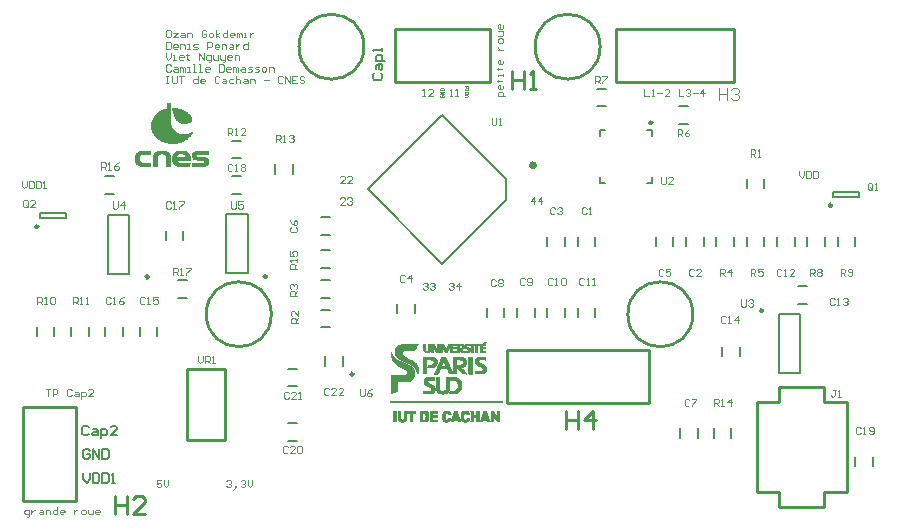
<source format=gto>
G04 Layer_Color=65535*
%FSLAX44Y44*%
%MOMM*%
G71*
G01*
G75*
%ADD23C,0.2540*%
%ADD36C,0.2500*%
%ADD37C,0.3000*%
%ADD38C,0.2000*%
%ADD39C,0.0254*%
%ADD40C,0.1000*%
%ADD41C,0.1250*%
%ADD42C,0.0500*%
%ADD43C,0.1500*%
D23*
X302500Y404000D02*
G03*
X302500Y404000I-27500J0D01*
G01*
X502500D02*
G03*
X502500Y404000I-27500J0D01*
G01*
X580946Y177986D02*
G03*
X580950Y177500I-27496J-486D01*
G01*
X224050D02*
G03*
X224050Y177500I-27500J0D01*
G01*
X14000Y19000D02*
X59000D01*
Y99000D01*
X14000D02*
X59000D01*
X14000Y19500D02*
Y98500D01*
X153000Y71000D02*
Y131000D01*
X185000D01*
Y71000D02*
Y131000D01*
X153000Y71000D02*
X185000D01*
X692100Y13900D02*
Y26600D01*
X711150D01*
Y102800D01*
X692100D02*
X711150D01*
X692100D02*
Y115500D01*
X654000D02*
X692100D01*
X654000Y102800D02*
Y115500D01*
X634950Y102800D02*
X654000D01*
X634950Y26600D02*
Y102800D01*
Y26600D02*
X654000D01*
Y13900D02*
Y26600D01*
Y13900D02*
X692100D01*
X329500Y374000D02*
X408500D01*
X329000D02*
Y419000D01*
X409000D01*
Y374000D02*
Y419000D01*
X516500Y374000D02*
X616000D01*
X516000D02*
Y419000D01*
X616000D01*
Y374000D02*
Y419000D01*
X424000Y102000D02*
Y147000D01*
Y102000D02*
X544000D01*
Y147000D01*
X424000D02*
X543500D01*
X92000Y23235D02*
Y8000D01*
Y15618D01*
X102157D01*
Y23235D01*
Y8000D01*
X117392D02*
X107235D01*
X117392Y18157D01*
Y20696D01*
X114853Y23235D01*
X109774D01*
X107235Y20696D01*
X428000Y383235D02*
Y368000D01*
Y375617D01*
X438157D01*
Y383235D01*
Y368000D01*
X443235D02*
X448313D01*
X445774D01*
Y383235D01*
X443235Y380696D01*
X474000Y95235D02*
Y80000D01*
Y87618D01*
X484157D01*
Y95235D01*
Y80000D01*
X496853D02*
Y95235D01*
X489235Y87618D01*
X499392D01*
D36*
X698750Y269750D02*
G03*
X698750Y269750I-1250J0D01*
G01*
X26750Y251750D02*
G03*
X26750Y251750I-1250J0D01*
G01*
X640250Y180550D02*
G03*
X640250Y180550I-1250J0D01*
G01*
X120250Y209250D02*
G03*
X120250Y209250I-1250J0D01*
G01*
X220250Y209450D02*
G03*
X220250Y209450I-1250J0D01*
G01*
X293750Y126750D02*
G03*
X293750Y126750I-1250J0D01*
G01*
X546500Y339750D02*
G03*
X546500Y339750I-1250J0D01*
G01*
D37*
X447433Y303672D02*
G03*
X447433Y303672I-1803J0D01*
G01*
D38*
X700000Y280950D02*
X722000D01*
X700000Y277050D02*
X722000D01*
Y280950D01*
X700000Y277050D02*
Y280950D01*
X28000Y262950D02*
X50000D01*
X28000Y259050D02*
X50000D01*
Y262950D01*
X28000Y259050D02*
Y262950D01*
X667167Y235000D02*
Y243000D01*
X652167Y235000D02*
Y243000D01*
X670000Y186500D02*
X678000D01*
X670000Y201500D02*
X678000D01*
X605500Y142000D02*
Y150000D01*
X620500Y142000D02*
Y150000D01*
X127500Y159000D02*
Y167000D01*
X112500Y159000D02*
Y167000D01*
X98500Y159000D02*
Y167000D01*
X83500Y159000D02*
Y167000D01*
X149500Y240000D02*
Y248000D01*
X134500Y240000D02*
Y248000D01*
X190500Y279500D02*
X198500D01*
X190500Y294500D02*
X198500D01*
X238000Y70500D02*
X246000D01*
X238000Y85500D02*
X246000D01*
X238000Y116500D02*
X246000D01*
X238000Y131500D02*
X246000D01*
X641500Y284000D02*
Y292000D01*
X626500Y284000D02*
Y292000D01*
X677833Y235000D02*
Y243000D01*
X692833Y235000D02*
Y243000D01*
X703500Y235000D02*
Y243000D01*
X718500Y235000D02*
Y243000D01*
X25500Y159000D02*
Y167000D01*
X40500Y159000D02*
Y167000D01*
X69500Y159000D02*
Y167000D01*
X54500Y159000D02*
Y167000D01*
X190500Y309500D02*
X198500D01*
X190500Y324500D02*
X198500D01*
X227500Y296500D02*
Y304500D01*
X242500Y296500D02*
Y304500D01*
X83000Y279500D02*
X91000D01*
X83000Y294500D02*
X91000D01*
X145000Y191500D02*
X153000D01*
X145000Y206500D02*
X153000D01*
X654000Y128000D02*
X672000D01*
X654000Y178000D02*
X672000D01*
Y128000D02*
Y178000D01*
X654000Y128000D02*
Y178000D01*
X86000Y261800D02*
X104000D01*
X86000Y211800D02*
X104000D01*
X86000D02*
Y261800D01*
X104000Y211800D02*
Y261800D01*
X204000Y212000D02*
Y262000D01*
X186000Y212000D02*
Y262000D01*
Y212000D02*
X204000D01*
X186000Y262000D02*
X204000D01*
X284500Y134000D02*
Y142000D01*
X269500Y134000D02*
Y142000D01*
X266000Y259500D02*
X274000D01*
X266000Y244500D02*
X274000D01*
X266000Y191500D02*
X274000D01*
X266000Y206500D02*
X274000D01*
X266000Y216500D02*
X274000D01*
X266000Y231500D02*
X274000D01*
X266000Y166500D02*
X274000D01*
X266000Y181500D02*
X274000D01*
X330500Y178500D02*
Y186500D01*
X345500Y178500D02*
Y186500D01*
X472833Y235000D02*
Y243000D01*
X457833Y235000D02*
Y243000D01*
X406500Y175000D02*
Y183000D01*
X421500Y175000D02*
Y183000D01*
X432167Y175000D02*
Y183000D01*
X447167Y175000D02*
Y183000D01*
X457833Y175000D02*
Y183000D01*
X472833Y175000D02*
Y183000D01*
X483500Y175000D02*
Y183000D01*
X498500Y175000D02*
Y183000D01*
X499500Y353500D02*
X507500D01*
X499500Y368500D02*
X507500D01*
X549500Y235000D02*
Y243000D01*
X564500Y235000D02*
Y243000D01*
X569000Y338500D02*
X577000D01*
X569000Y353500D02*
X577000D01*
X502250Y328500D02*
Y333250D01*
X507000D01*
X502250Y288750D02*
Y293500D01*
Y288750D02*
X507000D01*
X542000D02*
X546750D01*
Y293500D01*
Y328500D02*
Y333250D01*
X542000D02*
X546750D01*
X626500Y235000D02*
Y243000D01*
X641500Y235000D02*
Y243000D01*
X600833Y235000D02*
Y243000D01*
X615833Y235000D02*
Y243000D01*
X590167Y235000D02*
Y243000D01*
X575167Y235000D02*
Y243000D01*
X498500Y235000D02*
Y243000D01*
X483500Y235000D02*
Y243000D01*
X733500Y49000D02*
Y57000D01*
X718500Y49000D02*
Y57000D01*
X585500Y73000D02*
Y81000D01*
X570500Y73000D02*
Y81000D01*
X613500Y73000D02*
Y81000D01*
X598500Y73000D02*
Y81000D01*
X423107Y274572D02*
X423107Y292038D01*
X368695Y220160D02*
X423107Y274572D01*
X305550Y283305D02*
X368695Y220160D01*
X305550Y283305D02*
X368695Y346450D01*
X423107Y292038D01*
D39*
X157110Y304182D02*
X169302D01*
X157110Y303928D02*
X168794D01*
X157110Y303674D02*
X168286D01*
X157110Y303420D02*
X167524D01*
X157110Y313326D02*
X162698D01*
X157110Y313072D02*
X161428D01*
X157110Y312818D02*
X160920D01*
X156856Y312564D02*
X160666D01*
X156856Y312310D02*
X160666D01*
X151268Y312056D02*
X154570D01*
X156856D02*
X160666D01*
X151268Y311802D02*
X154824D01*
X156856D02*
X160666D01*
X151268Y311548D02*
X154824D01*
X156856D02*
X160666D01*
X151268Y311294D02*
X154824D01*
X156856D02*
X160666D01*
X151268Y311040D02*
X154824D01*
X157110D02*
X160920D01*
X151268Y310786D02*
X154824D01*
X157110D02*
X161428D01*
X157110Y310532D02*
X167016D01*
X157110Y310278D02*
X167778D01*
X157364Y310024D02*
X168794D01*
X157364Y309770D02*
X169048D01*
X149490Y313580D02*
X153808D01*
X150252Y313326D02*
X153808D01*
X150506Y313072D02*
X154062D01*
X150506Y312818D02*
X154316D01*
X150760Y312564D02*
X154570D01*
X151014Y312310D02*
X154570D01*
X156348Y331868D02*
X157110D01*
X156094Y331614D02*
X156856D01*
X155840Y331360D02*
X156602D01*
X155078Y331106D02*
X156348D01*
X154824Y330852D02*
X156348D01*
X154316Y330598D02*
X156348D01*
X153808Y330344D02*
X156094D01*
X152538Y330090D02*
X155840D01*
X149744Y339234D02*
X149998D01*
X135012Y309008D02*
X138314D01*
X135012Y308754D02*
X138314D01*
X135012Y308500D02*
X138314D01*
X135012Y308246D02*
X138314D01*
X140092D02*
X143648D01*
X135012Y307992D02*
X138314D01*
X140092D02*
X143648D01*
X135012Y307738D02*
X138314D01*
X140092D02*
X143648D01*
X135012Y307484D02*
X138314D01*
X140346D02*
X143902D01*
X135012Y307230D02*
X138314D01*
X140346D02*
X144156D01*
X135012Y306976D02*
X138314D01*
X140600D02*
X144156D01*
X135012Y306722D02*
X138314D01*
X140600D02*
X144410D01*
X135012Y306468D02*
X138314D01*
X140600D02*
X144918D01*
X135012Y306214D02*
X138314D01*
X140854D02*
X145172D01*
X135012Y305960D02*
X138314D01*
X141108D02*
X145680D01*
X135012Y305706D02*
X138314D01*
X141108D02*
X145934D01*
X135012Y305452D02*
X138314D01*
X135012Y305198D02*
X138314D01*
X135012Y304944D02*
X138314D01*
X135012Y304690D02*
X138314D01*
X135012Y304436D02*
X138314D01*
X135012Y304182D02*
X138314D01*
X135012Y303928D02*
X138314D01*
X135012Y303674D02*
X138314D01*
X135012Y303420D02*
X138314D01*
X135012Y303166D02*
X138314D01*
X141616Y314088D02*
X147458D01*
X141616Y313834D02*
X145934D01*
X132218Y313580D02*
X137298D01*
X141362D02*
X145426D01*
X132726Y313326D02*
X137298D01*
X141362D02*
X145172D01*
X133234Y313072D02*
X137552D01*
X141108D02*
X144664D01*
X133488Y312818D02*
X137552D01*
X141108D02*
X144410D01*
X133996Y312564D02*
X137806D01*
X140600D02*
X144156D01*
X134504Y312310D02*
X138060D01*
X140600D02*
X143902D01*
X134504Y312056D02*
X138060D01*
X140600D02*
X143902D01*
X134504Y311802D02*
X138060D01*
X140346D02*
X143648D01*
X134758Y311548D02*
X138060D01*
X140346D02*
X143648D01*
X134758Y311294D02*
X138060D01*
X140346D02*
X143648D01*
X134758Y311040D02*
X138060D01*
X140092D02*
X143648D01*
X134758Y310786D02*
X138314D01*
X140092D02*
X143648D01*
X134758Y310532D02*
X138314D01*
X134758Y310278D02*
X138314D01*
X134758Y310024D02*
X138314D01*
X135012Y309770D02*
X138314D01*
X135012Y309516D02*
X138314D01*
X135012Y309262D02*
X138314D01*
X131456Y324248D02*
X148728D01*
X132726Y323994D02*
X147966D01*
X132980Y323740D02*
X147458D01*
X133742Y323486D02*
X146442D01*
X134504Y323232D02*
X145934D01*
X135520Y322978D02*
X144918D01*
X136282Y322724D02*
X144156D01*
X138314Y322470D02*
X141870D01*
X136028Y355998D02*
X138060D01*
X136028Y355744D02*
X138060D01*
X136028Y355490D02*
X138060D01*
X136028Y355236D02*
X138060D01*
X136028Y354982D02*
X138060D01*
X136028Y354728D02*
X138060D01*
X136028Y354474D02*
X138060D01*
X136028Y354220D02*
X138060D01*
X136028Y353966D02*
X138060D01*
X136028Y353712D02*
X138060D01*
X136028Y353458D02*
X138060D01*
X136028Y353204D02*
X138060D01*
X136028Y352950D02*
X138060D01*
X136028Y352696D02*
X138060D01*
X136028Y352442D02*
X138060D01*
X136028Y352188D02*
X138060D01*
X140092D02*
X142378D01*
X135774Y351934D02*
X138060D01*
X140092D02*
X144410D01*
X134504Y351680D02*
X138060D01*
X140346D02*
X145934D01*
X133742Y351426D02*
X138060D01*
X140346D02*
X146442D01*
X132726Y351172D02*
X138060D01*
X140346D02*
X147458D01*
X132726Y350918D02*
X138060D01*
X140346D02*
X147966D01*
X131964Y350664D02*
X138060D01*
X140346D02*
X148474D01*
X131456Y350410D02*
X138060D01*
X140600D02*
X148728D01*
X129932Y349648D02*
X138060D01*
X129170Y349394D02*
X138060D01*
X130694Y350156D02*
X138060D01*
X130440Y349902D02*
X138060D01*
X123836Y309008D02*
X126884D01*
X123836Y308754D02*
X126884D01*
X123836Y308500D02*
X126884D01*
X123836Y308246D02*
X126884D01*
X123836Y307992D02*
X126884D01*
X123836Y307738D02*
X126884D01*
X123836Y307484D02*
X126884D01*
X123836Y307230D02*
X126884D01*
X123836Y306976D02*
X126884D01*
X123836Y306722D02*
X126884D01*
X123836Y306468D02*
X126884D01*
X123836Y306214D02*
X126884D01*
X123836Y305960D02*
X126884D01*
X123836Y305706D02*
X126884D01*
X123836Y305452D02*
X126884D01*
X123836Y305198D02*
X126884D01*
X123836Y304944D02*
X126884D01*
X123836Y304690D02*
X126884D01*
X110628Y304436D02*
X121550D01*
X123836D02*
X126884D01*
X110882Y304182D02*
X121550D01*
X123836D02*
X126884D01*
X111136Y303928D02*
X121550D01*
X123836D02*
X126884D01*
X112152Y303674D02*
X121550D01*
X123836D02*
X126884D01*
X112660Y303420D02*
X121550D01*
X123836D02*
X126884D01*
X114438Y303166D02*
X121550D01*
X123836D02*
X126884D01*
X113930Y315612D02*
X121550D01*
X112406Y315358D02*
X121550D01*
X111898Y315104D02*
X121550D01*
X111136Y314850D02*
X121550D01*
X110882Y314596D02*
X121550D01*
X124344Y313072D02*
X128662D01*
X124344Y312818D02*
X128408D01*
X123836Y312564D02*
X127900D01*
X123836Y312310D02*
X127646D01*
X123836Y312056D02*
X127646D01*
X123836Y311802D02*
X127392D01*
X123836Y311548D02*
X127392D01*
X123836Y311294D02*
X127138D01*
X123836Y311040D02*
X127138D01*
X123836Y310786D02*
X127138D01*
X123836Y310532D02*
X126884D01*
X123836Y310278D02*
X126884D01*
X123836Y310024D02*
X126884D01*
X123836Y309770D02*
X126884D01*
X123836Y309516D02*
X126884D01*
X123836Y309262D02*
X126884D01*
X108850Y306468D02*
X113168D01*
X109104Y306214D02*
X113422D01*
X109104Y305960D02*
X114184D01*
X109104Y305706D02*
X114438D01*
X109358Y313326D02*
X115454D01*
X109104Y313072D02*
X114184D01*
X109104Y312818D02*
X113676D01*
X108850Y312564D02*
X112914D01*
X109358Y305452D02*
X121550D01*
X109612Y305198D02*
X121550D01*
X109866Y304944D02*
X121550D01*
X110374Y304690D02*
X121550D01*
X110374Y314342D02*
X121550D01*
X109866Y314088D02*
X121550D01*
X109866Y313834D02*
X121550D01*
X109612Y313580D02*
X121550D01*
X409718Y90072D02*
X411750D01*
X413020D02*
X416830D01*
X409718Y89818D02*
X411750D01*
X413020D02*
X416830D01*
X409718Y89564D02*
X411750D01*
X413274D02*
X416830D01*
X409718Y89310D02*
X411750D01*
X413528D02*
X416830D01*
X409718Y89056D02*
X411750D01*
X413528D02*
X416830D01*
X409718Y88802D02*
X411750D01*
X413782D02*
X416830D01*
X409718Y88548D02*
X411750D01*
X413782D02*
X416830D01*
X409718Y88294D02*
X411750D01*
X414036D02*
X416830D01*
X409718Y88040D02*
X411750D01*
X414290D02*
X416830D01*
X409718Y87786D02*
X411750D01*
X414290D02*
X416830D01*
X409718Y87532D02*
X411750D01*
X414544D02*
X416830D01*
X409718Y87278D02*
X411750D01*
X414798D02*
X416830D01*
X409718Y87024D02*
X411750D01*
X414798D02*
X416830D01*
X409718Y86770D02*
X411750D01*
X415052D02*
X416830D01*
X405654Y90072D02*
X407686D01*
X406416Y88040D02*
X408448D01*
X406416Y87786D02*
X408448D01*
X406416Y87532D02*
X408702D01*
X406670Y87278D02*
X408702D01*
X406670Y87024D02*
X408702D01*
X406670Y86770D02*
X408956D01*
X409718Y95660D02*
X411750D01*
X415052D02*
X416830D01*
X409718Y95406D02*
X411750D01*
X415052D02*
X416830D01*
X409718Y95152D02*
X412004D01*
X415052D02*
X416830D01*
X409718Y94898D02*
X412258D01*
X415052D02*
X416830D01*
X409718Y94644D02*
X412258D01*
X415052D02*
X416830D01*
X409718Y94390D02*
X412512D01*
X415052D02*
X416830D01*
X409718Y94136D02*
X412766D01*
X415052D02*
X416830D01*
X409718Y93882D02*
X412766D01*
X415052D02*
X416830D01*
X409718Y93628D02*
X413020D01*
X415052D02*
X416830D01*
X409718Y93374D02*
X413020D01*
X415052D02*
X416830D01*
X409718Y93120D02*
X413274D01*
X415052D02*
X416830D01*
X409718Y92866D02*
X413528D01*
X415052D02*
X416830D01*
X409718Y92612D02*
X413528D01*
X415052D02*
X416830D01*
X409718Y92358D02*
X413782D01*
X415052D02*
X416830D01*
X409718Y92104D02*
X414036D01*
X415052D02*
X416830D01*
X409718Y91850D02*
X414036D01*
X415052D02*
X416830D01*
X409718Y91596D02*
X411750D01*
X412004D02*
X414290D01*
X415052D02*
X416830D01*
X409718Y91342D02*
X411750D01*
X412004D02*
X414544D01*
X415052D02*
X416830D01*
X409718Y91088D02*
X411750D01*
X412258D02*
X414544D01*
X415052D02*
X416830D01*
X409718Y90834D02*
X411750D01*
X412512D02*
X414798D01*
X415052D02*
X416830D01*
X409718Y90580D02*
X411750D01*
X412512D02*
X416830D01*
X392954Y90072D02*
X394986D01*
X397780D02*
X399812D01*
X401844D02*
X403876D01*
X392954Y89818D02*
X394986D01*
X397780D02*
X399812D01*
X392954Y89564D02*
X394986D01*
X397780D02*
X399812D01*
X389398Y89310D02*
X391430D01*
X392954D02*
X394986D01*
X397780D02*
X399812D01*
X389398Y89056D02*
X391430D01*
X392954D02*
X394986D01*
X397780D02*
X399812D01*
X389144Y88802D02*
X391430D01*
X392954D02*
X394986D01*
X397780D02*
X399812D01*
X388890Y88548D02*
X391176D01*
X392954D02*
X394986D01*
X397780D02*
X399812D01*
X388636Y88294D02*
X391176D01*
X392954D02*
X394986D01*
X397780D02*
X399812D01*
X392954Y88040D02*
X394986D01*
X397780D02*
X399812D01*
X401082D02*
X403114D01*
X392954Y87786D02*
X394986D01*
X397780D02*
X399812D01*
X401082D02*
X403114D01*
X392954Y87532D02*
X394986D01*
X397780D02*
X399812D01*
X400828D02*
X403114D01*
X392954Y87278D02*
X394986D01*
X397780D02*
X399812D01*
X400828D02*
X402860D01*
X392954Y87024D02*
X394986D01*
X397780D02*
X399812D01*
X400828D02*
X402860D01*
X392700Y86770D02*
X394986D01*
X397780D02*
X399812D01*
X400574D02*
X402860D01*
X387112Y86516D02*
X388890D01*
X385334Y87532D02*
X390668D01*
X385588Y87278D02*
X390414D01*
X386096Y87024D02*
X390160D01*
X386350Y86770D02*
X389652D01*
X392700Y95660D02*
X394986D01*
X397780D02*
X399812D01*
X392954Y95406D02*
X394986D01*
X397780D02*
X399812D01*
X392954Y95152D02*
X394986D01*
X397780D02*
X399812D01*
X392954Y94898D02*
X394986D01*
X397780D02*
X399812D01*
X392954Y94644D02*
X394986D01*
X397780D02*
X399812D01*
X392954Y94390D02*
X394986D01*
X397780D02*
X399812D01*
X392954Y94136D02*
X394986D01*
X397780D02*
X399812D01*
X388890Y93882D02*
X391176D01*
X392954D02*
X394986D01*
X397780D02*
X399812D01*
X389144Y93628D02*
X391430D01*
X392954D02*
X394986D01*
X397780D02*
X399812D01*
X389144Y93374D02*
X391430D01*
X392954D02*
X394986D01*
X397780D02*
X399812D01*
X389398Y93120D02*
X391430D01*
X392954D02*
X394986D01*
X397780D02*
X399812D01*
X389398Y92866D02*
X391430D01*
X392954D02*
X394986D01*
X397780D02*
X399812D01*
X392954Y92612D02*
X394986D01*
X397780D02*
X399812D01*
X402860D02*
X404638D01*
X392954Y92358D02*
X394986D01*
X397780D02*
X399812D01*
X402606D02*
X404638D01*
X392954Y92104D02*
X399812D01*
X402606D02*
X404638D01*
X392954Y91850D02*
X399812D01*
X402606D02*
X404384D01*
X392954Y91596D02*
X399812D01*
X402352D02*
X404384D01*
X392954Y91342D02*
X399812D01*
X402352D02*
X404384D01*
X392954Y91088D02*
X399812D01*
X402352D02*
X404130D01*
X392954Y90834D02*
X399812D01*
X402098D02*
X404130D01*
X392954Y90580D02*
X399812D01*
X402098D02*
X404130D01*
X386604Y95660D02*
X389398D01*
X386096Y95406D02*
X389906D01*
X385842Y95152D02*
X390414D01*
X385588Y94898D02*
X390668D01*
X385334Y94644D02*
X390922D01*
Y130712D02*
X393970D01*
X390922Y130458D02*
X393970D01*
X390922Y130204D02*
X393970D01*
X390922Y129950D02*
X393970D01*
X390922Y129696D02*
X393970D01*
X390922Y129442D02*
X393970D01*
X390922Y129188D02*
X393970D01*
X390922Y128934D02*
X393970D01*
X396256D02*
X405146D01*
X390922Y128680D02*
X393970D01*
X396256D02*
X404892D01*
X390922Y128426D02*
X393970D01*
X396256D02*
X404892D01*
X390922Y128172D02*
X393970D01*
X396256D02*
X404384D01*
X390922Y127918D02*
X393970D01*
X396256D02*
X404130D01*
X390922Y127664D02*
X393970D01*
X396256D02*
X403622D01*
X390922Y127410D02*
X393970D01*
X396256D02*
X403114D01*
X388890Y127156D02*
X389144D01*
X391176D02*
X393970D01*
X385334Y127918D02*
X388636D01*
X385588Y127664D02*
X388890D01*
X385842Y127410D02*
X389144D01*
X390922Y139602D02*
X393970D01*
X390922Y139348D02*
X393970D01*
X390922Y139094D02*
X393970D01*
X396764D02*
X400320D01*
X390922Y138840D02*
X393970D01*
X396510D02*
X399304D01*
X390922Y138586D02*
X393970D01*
X396510D02*
X399304D01*
X390922Y138332D02*
X393970D01*
X396510D02*
X399050D01*
X390922Y138078D02*
X393970D01*
X396510D02*
X399050D01*
X390922Y137824D02*
X393970D01*
X396510D02*
X399050D01*
X390922Y137570D02*
X393970D01*
X396510D02*
X399050D01*
X390922Y137316D02*
X393970D01*
X396510D02*
X399304D01*
X390922Y137062D02*
X393970D01*
X396510D02*
X399304D01*
X390922Y136808D02*
X393970D01*
X396510D02*
X399812D01*
X390922Y136554D02*
X393970D01*
X396764D02*
X400066D01*
X390922Y136300D02*
X393970D01*
X396764D02*
X400574D01*
X390922Y136046D02*
X393970D01*
X397018D02*
X401082D01*
X390922Y135792D02*
X393970D01*
X397018D02*
X401590D01*
X390922Y135538D02*
X393970D01*
X397272D02*
X402098D01*
X390922Y135284D02*
X393970D01*
X397526D02*
X402606D01*
X390922Y135030D02*
X393970D01*
X397780D02*
X403114D01*
X390922Y134776D02*
X393970D01*
X398034D02*
X403622D01*
X390922Y134522D02*
X393970D01*
X398288D02*
X403876D01*
X390922Y134268D02*
X393970D01*
X398796D02*
X404384D01*
X390922Y134014D02*
X393970D01*
X399304D02*
X404638D01*
X390922Y133760D02*
X393970D01*
X399812D02*
X404892D01*
X390922Y133506D02*
X393970D01*
X400320D02*
X404892D01*
X390922Y133252D02*
X393970D01*
X400828D02*
X405146D01*
X390922Y132998D02*
X393970D01*
X390922Y132744D02*
X393970D01*
X390922Y132490D02*
X393970D01*
X390922Y132236D02*
X393970D01*
X390922Y131982D02*
X393970D01*
X390922Y131728D02*
X393970D01*
X390922Y131474D02*
X393970D01*
X390922Y131220D02*
X393970D01*
X387620Y151032D02*
X389144D01*
X392954D02*
X394732D01*
X397018D02*
X398542D01*
X400828D02*
X402352D01*
X387620Y150778D02*
X389144D01*
X392954D02*
X394732D01*
X396764D02*
X398542D01*
X400828D02*
X402352D01*
X387620Y150524D02*
X388890D01*
X392954D02*
X394732D01*
X396764D02*
X398542D01*
X400828D02*
X402352D01*
X387620Y150270D02*
X389144D01*
X392954D02*
X394732D01*
X396764D02*
X398542D01*
X400828D02*
X402352D01*
X387620Y150016D02*
X389398D01*
X392954D02*
X394732D01*
X396764D02*
X398542D01*
X400828D02*
X402352D01*
X387620Y149762D02*
X389906D01*
X392954D02*
X394732D01*
X396764D02*
X398542D01*
X400828D02*
X402352D01*
X387874Y149508D02*
X390414D01*
X392954D02*
X394732D01*
X396764D02*
X398542D01*
X388128Y149254D02*
X390922D01*
X392954D02*
X394732D01*
X396764D02*
X398542D01*
X388382Y149000D02*
X391430D01*
X392954D02*
X394732D01*
X396764D02*
X398542D01*
X400828D02*
X405146D01*
X388890Y148746D02*
X391684D01*
X392954D02*
X394732D01*
X396764D02*
X398542D01*
X400828D02*
X405146D01*
X389398Y148492D02*
X391938D01*
X392954D02*
X394732D01*
X396764D02*
X398542D01*
X400828D02*
X405146D01*
X389906Y148238D02*
X392192D01*
X392954D02*
X394732D01*
X396764D02*
X398542D01*
X400828D02*
X402352D01*
X390414Y147984D02*
X392192D01*
X392954D02*
X394732D01*
X396764D02*
X398542D01*
X400828D02*
X402352D01*
X390668Y147730D02*
X392446D01*
X392954D02*
X394732D01*
X396764D02*
X398542D01*
X400828D02*
X402352D01*
X390922Y147476D02*
X392446D01*
X392954D02*
X394732D01*
X396764D02*
X398542D01*
X400828D02*
X402352D01*
X390922Y147222D02*
X392446D01*
X392954D02*
X394732D01*
X396764D02*
X398542D01*
X400828D02*
X402352D01*
X390922Y146968D02*
X392446D01*
X392954D02*
X394732D01*
X396764D02*
X398542D01*
X400828D02*
X402352D01*
X390668Y146714D02*
X392446D01*
X392954D02*
X394732D01*
X396764D02*
X398542D01*
X400828D02*
X402352D01*
X387366Y146460D02*
X392192D01*
X392954D02*
X394732D01*
X396764D02*
X398542D01*
X387366Y146206D02*
X392192D01*
X392954D02*
X394732D01*
X396764D02*
X398542D01*
X387366Y145952D02*
X391938D01*
X392954D02*
X394732D01*
X396764D02*
X398542D01*
X387366Y145698D02*
X391684D01*
X392954D02*
X394732D01*
X396764D02*
X398542D01*
X387366Y145444D02*
X391430D01*
X392954D02*
X394732D01*
X396764D02*
X398542D01*
X386858Y145190D02*
X387112D01*
X390922Y141380D02*
X393970D01*
X390922Y141126D02*
X393970D01*
X390922Y140872D02*
X393970D01*
X390922Y140618D02*
X393970D01*
X390922Y140364D02*
X393970D01*
X390922Y140110D02*
X393970D01*
X390922Y139856D02*
X393970D01*
X385588Y138586D02*
X388636D01*
X385842Y138332D02*
X388890D01*
X386096Y138078D02*
X388890D01*
X386096Y137824D02*
X388890D01*
X386350Y137570D02*
X388890D01*
X386350Y137316D02*
X388890D01*
X386350Y137062D02*
X388890D01*
X386350Y136808D02*
X388890D01*
X386350Y136554D02*
X388890D01*
X386350Y136300D02*
X388890D01*
X386096Y136046D02*
X388890D01*
X386096Y135792D02*
X388890D01*
X385842Y135538D02*
X388890D01*
X385334Y135284D02*
X388636D01*
X385334Y150778D02*
X387112D01*
X385588Y150524D02*
X387112D01*
X385588Y150270D02*
X387112D01*
X385588Y150016D02*
X387112D01*
X385588Y149762D02*
X387112D01*
X385334Y149508D02*
X386858D01*
X385334Y145444D02*
X387112D01*
X403876Y153572D02*
X405146D01*
X403622Y153318D02*
X404892D01*
X403368Y153064D02*
X404638D01*
X403368Y152810D02*
X404384D01*
X388890Y152302D02*
X392192D01*
X392954D02*
X394732D01*
X394986D02*
X400320D01*
X388382Y152048D02*
X392192D01*
X392954D02*
X394732D01*
X394986D02*
X400320D01*
X388128Y151794D02*
X392192D01*
X392954D02*
X394732D01*
X394986D02*
X400320D01*
X387874Y151540D02*
X392192D01*
X392954D02*
X394732D01*
X394986D02*
X400320D01*
X368824Y90072D02*
X370856D01*
X376952D02*
X379238D01*
X381016D02*
X383048D01*
X368824Y89818D02*
X370856D01*
X376952D02*
X383048D01*
X368824Y89564D02*
X370856D01*
X376952D02*
X383048D01*
X368824Y89310D02*
X371110D01*
X373650D02*
X375682D01*
X376698D02*
X383302D01*
X368824Y89056D02*
X371110D01*
X373650D02*
X375682D01*
X376698D02*
X383302D01*
X368824Y88802D02*
X371110D01*
X373396D02*
X375682D01*
X376698D02*
X383302D01*
X369078Y88548D02*
X371364D01*
X373142D02*
X375682D01*
X376444D02*
X383556D01*
X369078Y88294D02*
X371872D01*
X372888D02*
X375428D01*
X376444D02*
X383556D01*
X369332Y88040D02*
X375428D01*
X376444D02*
X378476D01*
X381524D02*
X383556D01*
X369332Y87786D02*
X375174D01*
X376190D02*
X378476D01*
X381524D02*
X383810D01*
X369586Y87532D02*
X374920D01*
X376190D02*
X378222D01*
X381778D02*
X383810D01*
X369840Y87278D02*
X374666D01*
X375936D02*
X378222D01*
X381778D02*
X384064D01*
X370348Y87024D02*
X374412D01*
X375936D02*
X378222D01*
X381778D02*
X384064D01*
X370602Y86770D02*
X373904D01*
X375936D02*
X377968D01*
X382032D02*
X384064D01*
X371364Y86516D02*
X373142D01*
X370856Y95660D02*
X373650D01*
X378984D02*
X381016D01*
X370348Y95406D02*
X374158D01*
X378984D02*
X381016D01*
X370094Y95152D02*
X374666D01*
X378984D02*
X381016D01*
X369840Y94898D02*
X374920D01*
X378730D02*
X381270D01*
X369586Y94644D02*
X375174D01*
X378730D02*
X381270D01*
X369332Y94390D02*
X375174D01*
X378730D02*
X381270D01*
X369078Y94136D02*
X375428D01*
X378476D02*
X381524D01*
X369078Y93882D02*
X371618D01*
X373142D02*
X375428D01*
X378476D02*
X381524D01*
X369078Y93628D02*
X371364D01*
X373396D02*
X375682D01*
X378222D02*
X381524D01*
X368824Y93374D02*
X371110D01*
X373396D02*
X375682D01*
X378222D02*
X381778D01*
X368824Y93120D02*
X371110D01*
X373650D02*
X375682D01*
X378222D02*
X381778D01*
X368824Y92866D02*
X370856D01*
X373650D02*
X375936D01*
X377968D02*
X382032D01*
X368824Y92612D02*
X370856D01*
X377968D02*
X382032D01*
X368824Y92358D02*
X370856D01*
X377968D02*
X380000D01*
X380254D02*
X382032D01*
X368824Y92104D02*
X370856D01*
X377714D02*
X379746D01*
X380254D02*
X382286D01*
X368824Y91850D02*
X370856D01*
X377714D02*
X379746D01*
X380254D02*
X382286D01*
X368824Y91596D02*
X370856D01*
X377714D02*
X379746D01*
X380254D02*
X382286D01*
X368824Y91342D02*
X370856D01*
X377460D02*
X379492D01*
X380508D02*
X382540D01*
X368824Y91088D02*
X370856D01*
X377460D02*
X379492D01*
X380508D02*
X382540D01*
X368824Y90834D02*
X370856D01*
X377460D02*
X379492D01*
X380508D02*
X382540D01*
X368824Y90580D02*
X370856D01*
X377206D02*
X379238D01*
X380762D02*
X382794D01*
X367046Y110392D02*
X371110D01*
X375682D02*
X378984D01*
X368316Y110138D02*
X369840D01*
X371618Y119282D02*
X374666D01*
X381778D02*
X384572D01*
X371618Y119028D02*
X374666D01*
X381778D02*
X384826D01*
X371618Y118774D02*
X374666D01*
X381778D02*
X384826D01*
X371618Y118520D02*
X374666D01*
X382032D02*
X384826D01*
X371618Y118266D02*
X374666D01*
X382032D02*
X384826D01*
X371618Y118012D02*
X374666D01*
X382032D02*
X384826D01*
X371618Y117758D02*
X374666D01*
X382032D02*
X384826D01*
X371618Y117504D02*
X374666D01*
X382032D02*
X384826D01*
X371618Y117250D02*
X374666D01*
X382032D02*
X384826D01*
X371618Y116996D02*
X374666D01*
X382032D02*
X384826D01*
X371618Y116742D02*
X374666D01*
X382032D02*
X384826D01*
X371618Y116488D02*
X374666D01*
X382032D02*
X384826D01*
X371618Y116234D02*
X374666D01*
X382032D02*
X384826D01*
X371618Y115980D02*
X374666D01*
X381778D02*
X384826D01*
X371618Y115726D02*
X374666D01*
X381778D02*
X384572D01*
X371618Y115472D02*
X374666D01*
X381778D02*
X384572D01*
X371618Y115218D02*
X374666D01*
X381524D02*
X384572D01*
X371618Y114964D02*
X374666D01*
X381524D02*
X384572D01*
X371618Y114710D02*
X374666D01*
X381524D02*
X384318D01*
X371618Y114456D02*
X374666D01*
X381270D02*
X384318D01*
X371618Y114202D02*
X374412D01*
X381016D02*
X384318D01*
X371618Y113948D02*
X374412D01*
X380762D02*
X384064D01*
X371364Y113694D02*
X374412D01*
X380508D02*
X384064D01*
X371364Y113440D02*
X374412D01*
X380254D02*
X383810D01*
X371110Y113186D02*
X374158D01*
X380000D02*
X383810D01*
X370602Y112932D02*
X374158D01*
X379238D02*
X383556D01*
X370094Y112678D02*
X373904D01*
X375428D02*
X383302D01*
X375174Y112424D02*
X383048D01*
X375174Y112170D02*
X382794D01*
X374920Y111916D02*
X382540D01*
X374920Y111662D02*
X382286D01*
X374666Y111408D02*
X382032D01*
X374666Y111154D02*
X381524D01*
X374412Y110900D02*
X381016D01*
X373142Y130712D02*
X376190D01*
X377714D02*
X380254D01*
X373396Y130458D02*
X376190D01*
X377714D02*
X380254D01*
X373396Y130204D02*
X376444D01*
X377714D02*
X380254D01*
X373650Y129950D02*
X376444D01*
X377714D02*
X380254D01*
X373650Y129696D02*
X376444D01*
X377714D02*
X380254D01*
X373904Y129442D02*
X376698D01*
X377714D02*
X380254D01*
X373904Y129188D02*
X376698D01*
X377714D02*
X380254D01*
X373904Y128934D02*
X376952D01*
X377714D02*
X380254D01*
X374158Y128680D02*
X376952D01*
X377714D02*
X380254D01*
X374158Y128426D02*
X377206D01*
X377714D02*
X380254D01*
X374412Y128172D02*
X377206D01*
X377714D02*
X380254D01*
X374412Y127918D02*
X377460D01*
X377714D02*
X380254D01*
X374666Y127664D02*
X377460D01*
X377714D02*
X380254D01*
X374666Y127410D02*
X377460D01*
X377714D02*
X380508D01*
X371618Y124362D02*
X380000D01*
X371618Y124108D02*
X380762D01*
X371618Y123854D02*
X381270D01*
X371618Y123600D02*
X381778D01*
X371618Y123346D02*
X382032D01*
X371618Y123092D02*
X382286D01*
X371618Y122838D02*
X382540D01*
X371618Y122584D02*
X382794D01*
X371618Y122330D02*
X383048D01*
X371618Y122076D02*
X383302D01*
X371618Y121822D02*
X374666D01*
X378984D02*
X383556D01*
X371618Y121568D02*
X374666D01*
X379746D02*
X383810D01*
X371618Y121314D02*
X374666D01*
X380254D02*
X383810D01*
X371618Y121060D02*
X374666D01*
X380508D02*
X384064D01*
X371618Y120806D02*
X374666D01*
X380762D02*
X384064D01*
X371618Y120552D02*
X374666D01*
X381016D02*
X384318D01*
X371618Y120298D02*
X374666D01*
X381270D02*
X384318D01*
X371618Y120044D02*
X374666D01*
X381270D02*
X384318D01*
X371618Y119790D02*
X374666D01*
X381524D02*
X384572D01*
X371618Y119536D02*
X374666D01*
X381524D02*
X384572D01*
X365014Y111408D02*
X372888D01*
X365522Y111154D02*
X372634D01*
X365776Y110900D02*
X372126D01*
X367300Y139602D02*
X372126D01*
X367046Y139348D02*
X372126D01*
X367046Y139094D02*
X372126D01*
X377714D02*
X380254D01*
X367046Y138840D02*
X372380D01*
X377714D02*
X380254D01*
X366792Y138586D02*
X369586D01*
X369840D02*
X372380D01*
X377714D02*
X380254D01*
X366792Y138332D02*
X369586D01*
X369840D02*
X372634D01*
X377714D02*
X380254D01*
X366538Y138078D02*
X369332D01*
X370094D02*
X372634D01*
X377714D02*
X380254D01*
X366538Y137824D02*
X369332D01*
X370094D02*
X372888D01*
X377714D02*
X380254D01*
X366538Y137570D02*
X369078D01*
X370094D02*
X372888D01*
X377714D02*
X380254D01*
X370348Y137316D02*
X373142D01*
X377714D02*
X380254D01*
X370348Y137062D02*
X373142D01*
X377714D02*
X380254D01*
X370602Y136808D02*
X373396D01*
X377714D02*
X380254D01*
X370602Y136554D02*
X373396D01*
X377714D02*
X380254D01*
X370856Y136300D02*
X373650D01*
X377714D02*
X380254D01*
X370856Y136046D02*
X373650D01*
X377714D02*
X380254D01*
X370856Y135792D02*
X373650D01*
X377714D02*
X380254D01*
X371110Y135538D02*
X373904D01*
X377714D02*
X380254D01*
X371110Y135284D02*
X373904D01*
X377714D02*
X380254D01*
X371364Y135030D02*
X374158D01*
X377714D02*
X380254D01*
X371364Y134776D02*
X374158D01*
X377714D02*
X380254D01*
X371618Y134522D02*
X374412D01*
X377714D02*
X380254D01*
X371618Y134268D02*
X374412D01*
X377714D02*
X380254D01*
X377714Y134014D02*
X380254D01*
X377714Y133760D02*
X380254D01*
X377714Y133506D02*
X380254D01*
X377714Y133252D02*
X380254D01*
X377714Y132998D02*
X380254D01*
X377714Y132744D02*
X380254D01*
X377714Y132490D02*
X380254D01*
X381016D02*
X384318D01*
X377714Y132236D02*
X380254D01*
X381270D02*
X384572D01*
X377714Y131982D02*
X380254D01*
X381524D02*
X384826D01*
X372888Y131728D02*
X375682D01*
X377714D02*
X380254D01*
X372888Y131474D02*
X375682D01*
X377714D02*
X380254D01*
X372888Y131220D02*
X375936D01*
X377714D02*
X380254D01*
X368570Y151032D02*
X370348D01*
X373396D02*
X374920D01*
X375682D02*
X377460D01*
X381270D02*
X382794D01*
X368824Y150778D02*
X370348D01*
X373142D02*
X374920D01*
X375682D02*
X377460D01*
X381270D02*
X382794D01*
X368824Y150524D02*
X370602D01*
X373142D02*
X374666D01*
X375682D02*
X377460D01*
X381270D02*
X382794D01*
X369078Y150270D02*
X370602D01*
X373142D02*
X374666D01*
X375682D02*
X377460D01*
X381270D02*
X382794D01*
X369078Y150016D02*
X370602D01*
X372888D02*
X374412D01*
X375682D02*
X377460D01*
X381270D02*
X382794D01*
X369078Y149762D02*
X370856D01*
X372888D02*
X374412D01*
X375682D02*
X377460D01*
X381270D02*
X382794D01*
X369332Y149508D02*
X370856D01*
X372634D02*
X374412D01*
X375682D02*
X380508D01*
X381270D02*
X382794D01*
X369332Y149254D02*
X371110D01*
X372634D02*
X374158D01*
X375682D02*
X380254D01*
X381270D02*
X382794D01*
X369586Y149000D02*
X371110D01*
X372634D02*
X374158D01*
X375682D02*
X380254D01*
X381270D02*
X382794D01*
X369586Y148746D02*
X371110D01*
X372380D02*
X373904D01*
X375682D02*
X380000D01*
X381270D02*
X382794D01*
X369586Y148492D02*
X371364D01*
X372380D02*
X373904D01*
X375682D02*
X380000D01*
X381270D02*
X382794D01*
X369840Y148238D02*
X371364D01*
X372126D02*
X373904D01*
X375682D02*
X377460D01*
X381270D02*
X382794D01*
X369840Y147984D02*
X371618D01*
X372126D02*
X373650D01*
X375682D02*
X377460D01*
X381270D02*
X382794D01*
X370094Y147730D02*
X371618D01*
X372126D02*
X373650D01*
X375682D02*
X377460D01*
X381270D02*
X382794D01*
X383048D02*
X384826D01*
X370094Y147476D02*
X371618D01*
X371872D02*
X373650D01*
X375682D02*
X377460D01*
X381270D02*
X382794D01*
X370094Y147222D02*
X373396D01*
X375682D02*
X377460D01*
X381270D02*
X382794D01*
X370348Y146968D02*
X373396D01*
X375682D02*
X377460D01*
X381270D02*
X382794D01*
X370348Y146714D02*
X373142D01*
X375682D02*
X377460D01*
X381270D02*
X382794D01*
X370602Y146460D02*
X373142D01*
X375682D02*
X380508D01*
X381270D02*
X382794D01*
X370602Y146206D02*
X373142D01*
X375682D02*
X380508D01*
X381270D02*
X382794D01*
X370602Y145952D02*
X372888D01*
X375682D02*
X380508D01*
X381270D02*
X382794D01*
X370856Y145698D02*
X372888D01*
X375682D02*
X380508D01*
X381270D02*
X382794D01*
X371110Y145444D02*
X372888D01*
X375682D02*
X380508D01*
X381270D02*
X382794D01*
X371364Y145190D02*
X372634D01*
X368062Y141380D02*
X371110D01*
X377714D02*
X384826D01*
X367808Y141126D02*
X371364D01*
X367808Y140872D02*
X371364D01*
X367554Y140618D02*
X371618D01*
X367554Y140364D02*
X371618D01*
X367554Y140110D02*
X371872D01*
X367300Y139856D02*
X371872D01*
X366284Y137316D02*
X369078D01*
X366284Y137062D02*
X369078D01*
X366030Y136808D02*
X368824D01*
X366030Y136554D02*
X368824D01*
X366030Y136300D02*
X368570D01*
X365776Y136046D02*
X368570D01*
X365776Y135792D02*
X368570D01*
X365522Y135538D02*
X368316D01*
X365522Y135284D02*
X368316D01*
X365268Y135030D02*
X368062D01*
X365268Y134776D02*
X368062D01*
X365268Y134522D02*
X368062D01*
X365014Y134268D02*
X367808D01*
X365014Y134014D02*
X374666D01*
X366284Y151032D02*
X368316D01*
X366284Y150778D02*
X368316D01*
X366284Y150524D02*
X368316D01*
X366284Y150270D02*
X368316D01*
X366284Y150016D02*
X368316D01*
X366284Y149762D02*
X368316D01*
X366284Y149508D02*
X368316D01*
X366284Y149254D02*
X368316D01*
X366284Y149000D02*
X368316D01*
X366284Y148746D02*
X368316D01*
X366284Y148492D02*
X368316D01*
X366284Y148238D02*
X368316D01*
X366284Y147984D02*
X368316D01*
X366284Y147476D02*
X368316D01*
X366284Y147222D02*
X368316D01*
X366284Y146968D02*
X368316D01*
X366284Y146714D02*
X368316D01*
X366284Y146460D02*
X368316D01*
X366284Y146206D02*
X368316D01*
X366284Y145952D02*
X368316D01*
X366284Y145698D02*
X368316D01*
X366284Y145444D02*
X368316D01*
X366284Y147730D02*
X368316D01*
X373904Y152302D02*
X375428D01*
X375682D02*
X380508D01*
X373650Y152048D02*
X375174D01*
X375682D02*
X380508D01*
X373650Y151794D02*
X375174D01*
X375682D02*
X380508D01*
X368570Y151540D02*
X370094D01*
X373396D02*
X375174D01*
X375682D02*
X380508D01*
X366284Y152302D02*
X369840D01*
X366284Y152048D02*
X369840D01*
X366284Y151794D02*
X370094D01*
X366284Y151540D02*
X368316D01*
X350028Y90072D02*
X352060D01*
X354600D02*
X356886D01*
X358410D02*
X360442D01*
X350028Y89818D02*
X352060D01*
X354600D02*
X356886D01*
X358410D02*
X360442D01*
X350028Y89564D02*
X352060D01*
X354600D02*
X356886D01*
X358410D02*
X360442D01*
X350028Y89310D02*
X352060D01*
X354600D02*
X356886D01*
X358410D02*
X360442D01*
X350028Y89056D02*
X352060D01*
X354600D02*
X356632D01*
X358410D02*
X360442D01*
X350028Y88802D02*
X352060D01*
X354346D02*
X356632D01*
X358410D02*
X360442D01*
X350028Y88548D02*
X352060D01*
X354092D02*
X356632D01*
X358410D02*
X360442D01*
X350028Y88294D02*
X356378D01*
X350028Y88040D02*
X356378D01*
X350028Y87786D02*
X356124D01*
X350028Y87532D02*
X355870D01*
X350028Y87278D02*
X355616D01*
X350028Y87024D02*
X355362D01*
X350028Y86770D02*
X354854D01*
X350028Y95660D02*
X354854D01*
X350028Y95406D02*
X355362D01*
X350028Y95152D02*
X355616D01*
X350028Y94898D02*
X355870D01*
X350028Y94644D02*
X356124D01*
X350028Y94390D02*
X356378D01*
X350028Y94136D02*
X356378D01*
X350028Y93882D02*
X352060D01*
X354092D02*
X356632D01*
X358410D02*
X360442D01*
X350028Y93628D02*
X352060D01*
X354346D02*
X356632D01*
X358410D02*
X360442D01*
X350028Y93374D02*
X352060D01*
X354600D02*
X356632D01*
X358410D02*
X360442D01*
X350028Y93120D02*
X352060D01*
X354600D02*
X356886D01*
X358410D02*
X360442D01*
X350028Y92866D02*
X352060D01*
X354600D02*
X356886D01*
X358410D02*
X360442D01*
X350028Y92612D02*
X352060D01*
X354600D02*
X356886D01*
X358410D02*
X360442D01*
X350028Y92358D02*
X352060D01*
X354600D02*
X356886D01*
X358410D02*
X360442D01*
X350028Y92104D02*
X352060D01*
X354600D02*
X356886D01*
X358410D02*
X363998D01*
X350028Y91850D02*
X352060D01*
X354854D02*
X356886D01*
X358410D02*
X364252D01*
X350028Y91596D02*
X352060D01*
X354854D02*
X356886D01*
X358410D02*
X364252D01*
X350028Y91342D02*
X352060D01*
X354854D02*
X356886D01*
X358410D02*
X364252D01*
X350028Y91088D02*
X352060D01*
X354854D02*
X356886D01*
X358410D02*
X364252D01*
X350028Y90834D02*
X352060D01*
X354854D02*
X356886D01*
X358410D02*
X364252D01*
X350028Y90580D02*
X352060D01*
X354854D02*
X356886D01*
X358410D02*
X364252D01*
X352822Y110392D02*
X359680D01*
X353330Y119282D02*
X357140D01*
X353330Y119028D02*
X357648D01*
X353584Y118774D02*
X358156D01*
X353838Y118520D02*
X358664D01*
X354092Y118266D02*
X359172D01*
X354346Y118012D02*
X359680D01*
X354600Y117758D02*
X360188D01*
X354854Y117504D02*
X360442D01*
X355362Y117250D02*
X360950D01*
X355870Y116996D02*
X361204D01*
X356124Y116742D02*
X361458D01*
X356886Y116488D02*
X361712D01*
X357394Y116234D02*
X361712D01*
X357902Y115980D02*
X361966D01*
X358410Y115726D02*
X361966D01*
X358664Y115472D02*
X362220D01*
X359172Y115218D02*
X362220D01*
X359426Y114964D02*
X362474D01*
X359680Y114710D02*
X362474D01*
X359680Y114456D02*
X362474D01*
X359680Y114202D02*
X362474D01*
X359680Y113948D02*
X362474D01*
X359680Y113694D02*
X362474D01*
X359680Y113440D02*
X362474D01*
X359680Y113186D02*
X362220D01*
X359172Y112932D02*
X362220D01*
X353076Y112678D02*
X362220D01*
X352822Y112424D02*
X361966D01*
X352822Y112170D02*
X361966D01*
X352822Y111916D02*
X361712D01*
X352822Y111662D02*
X361712D01*
X352822Y111408D02*
X361458D01*
X352822Y111154D02*
X361204D01*
X352822Y110900D02*
X360696D01*
X346472Y130712D02*
X348250D01*
X352822D02*
X355362D01*
X346726Y130458D02*
X348250D01*
X352822D02*
X355362D01*
X346726Y130204D02*
X348250D01*
X352822D02*
X355362D01*
X346980Y129950D02*
X348250D01*
X352822D02*
X355362D01*
X346980Y129696D02*
X348250D01*
X352822D02*
X355362D01*
X347234Y129442D02*
X348250D01*
X352822D02*
X355362D01*
X347234Y129188D02*
X348250D01*
X352822D02*
X355362D01*
X347488Y128934D02*
X348250D01*
X352822D02*
X355362D01*
X347488Y128680D02*
X348250D01*
X352822D02*
X355362D01*
X347488Y128426D02*
X348250D01*
X352822D02*
X355362D01*
X347488Y128172D02*
X347996D01*
X352822D02*
X355362D01*
X347488Y127918D02*
X347996D01*
X352822D02*
X355362D01*
X347742Y127664D02*
X347996D01*
X352822D02*
X355362D01*
X352822Y127410D02*
X355362D01*
X362220Y127156D02*
X363998D01*
X355870Y124362D02*
X362220D01*
X355108Y124108D02*
X362220D01*
X354600Y123854D02*
X362220D01*
X354346Y123600D02*
X362220D01*
X354092Y123346D02*
X362220D01*
X353838Y123092D02*
X362220D01*
X353584Y122838D02*
X362220D01*
X353330Y122584D02*
X362220D01*
X353330Y122330D02*
X362220D01*
X353330Y122076D02*
X361966D01*
X353076Y121822D02*
X356124D01*
X353076Y121568D02*
X355870D01*
X353076Y121314D02*
X355616D01*
X353076Y121060D02*
X355616D01*
X353076Y120806D02*
X355616D01*
X353076Y120552D02*
X355616D01*
X353076Y120298D02*
X355870D01*
X353076Y120044D02*
X355870D01*
X353076Y119790D02*
X356378D01*
X353076Y119536D02*
X356632D01*
X352822Y139602D02*
X363236D01*
X352822Y139348D02*
X363490D01*
X352822Y139094D02*
X355362D01*
X358918D02*
X363744D01*
X352822Y138840D02*
X355362D01*
X360188D02*
X363744D01*
X352822Y138586D02*
X355362D01*
X360696D02*
X363744D01*
X352822Y138332D02*
X355362D01*
X360950D02*
X363998D01*
X352822Y138078D02*
X355362D01*
X361204D02*
X363998D01*
X352822Y137824D02*
X355362D01*
X361204D02*
X363998D01*
X352822Y137570D02*
X355362D01*
X361458D02*
X363998D01*
X352822Y137316D02*
X355362D01*
X361458D02*
X363998D01*
X352822Y137062D02*
X355362D01*
X361458D02*
X363998D01*
X352822Y136808D02*
X355362D01*
X361458D02*
X363998D01*
X352822Y136554D02*
X355362D01*
X361458D02*
X363998D01*
X352822Y136300D02*
X355362D01*
X361204D02*
X363998D01*
X352822Y136046D02*
X355362D01*
X361204D02*
X363998D01*
X352822Y135792D02*
X355362D01*
X361204D02*
X363998D01*
X352822Y135538D02*
X355362D01*
X360950D02*
X363744D01*
X352822Y135284D02*
X355362D01*
X360696D02*
X363744D01*
X352822Y135030D02*
X355362D01*
X360188D02*
X363744D01*
X352822Y134776D02*
X355362D01*
X359172D02*
X363490D01*
X352822Y134522D02*
X355362D01*
X356886D02*
X363490D01*
X352822Y134268D02*
X355362D01*
X356632D02*
X363236D01*
X352822Y134014D02*
X355362D01*
X356632D02*
X362982D01*
X352822Y133760D02*
X355362D01*
X356632D02*
X362728D01*
X352822Y133506D02*
X355362D01*
X356378D02*
X362474D01*
X352822Y133252D02*
X355362D01*
X356378D02*
X361966D01*
X352822Y132998D02*
X355362D01*
X356378D02*
X361712D01*
X352822Y132744D02*
X355362D01*
X356124D02*
X360950D01*
X352822Y132490D02*
X355362D01*
X356124D02*
X360188D01*
X352822Y132236D02*
X355362D01*
X352822Y131982D02*
X355362D01*
X352822Y131728D02*
X355362D01*
X352822Y131474D02*
X355362D01*
X346218Y131220D02*
X348250D01*
X352822D02*
X355362D01*
X352822Y151032D02*
X354346D01*
X356886D02*
X358410D01*
X359426D02*
X362220D01*
X352822Y150778D02*
X354346D01*
X356886D02*
X358410D01*
X359426D02*
X362220D01*
X352822Y150524D02*
X354346D01*
X356886D02*
X358410D01*
X359426D02*
X362474D01*
X352822Y150270D02*
X354346D01*
X356886D02*
X358410D01*
X359426D02*
X362474D01*
X352822Y150016D02*
X354346D01*
X356886D02*
X358410D01*
X359426D02*
X362728D01*
X352822Y149762D02*
X354346D01*
X356886D02*
X358410D01*
X359426D02*
X360950D01*
X361204D02*
X362728D01*
X352822Y149508D02*
X354346D01*
X356886D02*
X358410D01*
X359426D02*
X360950D01*
X361204D02*
X362982D01*
X352822Y149254D02*
X354346D01*
X356886D02*
X358410D01*
X359426D02*
X360950D01*
X361458D02*
X363236D01*
X352822Y149000D02*
X354346D01*
X356886D02*
X358410D01*
X359426D02*
X360950D01*
X361712D02*
X363236D01*
X352822Y148746D02*
X354346D01*
X356886D02*
X358410D01*
X359426D02*
X360950D01*
X361712D02*
X363490D01*
X352822Y148492D02*
X354346D01*
X356886D02*
X358410D01*
X359426D02*
X360950D01*
X361966D02*
X363490D01*
X352822Y148238D02*
X354346D01*
X356886D02*
X358410D01*
X359426D02*
X360950D01*
X361966D02*
X363744D01*
X352822Y147984D02*
X354346D01*
X356886D02*
X358410D01*
X359426D02*
X360950D01*
X362220D02*
X363744D01*
X352822Y147730D02*
X354346D01*
X356886D02*
X358410D01*
X359426D02*
X360950D01*
X352822Y147476D02*
X354346D01*
X356886D02*
X358410D01*
X359426D02*
X360950D01*
X352822Y147222D02*
X354346D01*
X356886D02*
X358410D01*
X359426D02*
X360950D01*
X352822Y146968D02*
X354346D01*
X356886D02*
X358410D01*
X359426D02*
X360950D01*
X353076Y146714D02*
X354600D01*
X356632D02*
X358410D01*
X359426D02*
X360950D01*
X353076Y146460D02*
X355108D01*
X356124D02*
X358156D01*
X359426D02*
X360950D01*
X353330Y146206D02*
X357902D01*
X359426D02*
X360950D01*
X353584Y145952D02*
X357902D01*
X359426D02*
X360950D01*
X353838Y145698D02*
X357394D01*
X359426D02*
X360950D01*
X354092Y145444D02*
X357140D01*
X359172D02*
X360950D01*
X355108Y145190D02*
X356124D01*
X352822Y141380D02*
X359680D01*
X352822Y141126D02*
X360950D01*
X352822Y140872D02*
X361712D01*
X352822Y140618D02*
X362220D01*
X352822Y140364D02*
X362728D01*
X352822Y140110D02*
X362982D01*
X352822Y139856D02*
X363236D01*
X344694Y132998D02*
X347742D01*
X344948Y132744D02*
X347996D01*
X345202Y132490D02*
X347996D01*
X345456Y132236D02*
X347996D01*
X345710Y131982D02*
X347996D01*
X345964Y131728D02*
X348250D01*
X345964Y131474D02*
X348250D01*
X352822Y152302D02*
X354346D01*
X356886D02*
X358410D01*
X359172D02*
X361204D01*
X352822Y152048D02*
X354346D01*
X356886D02*
X358410D01*
X359426D02*
X361458D01*
X352822Y151794D02*
X354346D01*
X356886D02*
X358410D01*
X359426D02*
X361712D01*
X352822Y151540D02*
X354346D01*
X356886D02*
X358410D01*
X359426D02*
X361712D01*
X327422Y90072D02*
X329454D01*
X331232D02*
X333264D01*
X336058D02*
X338090D01*
X341392D02*
X343424D01*
X327422Y89818D02*
X329454D01*
X331232D02*
X333264D01*
X336058D02*
X338090D01*
X341392D02*
X343424D01*
X327422Y89564D02*
X329454D01*
X331232D02*
X333264D01*
X336058D02*
X338090D01*
X341392D02*
X343424D01*
X327422Y89310D02*
X329454D01*
X331232D02*
X333264D01*
X336058D02*
X338090D01*
X341392D02*
X343424D01*
X327422Y89056D02*
X329454D01*
X331232D02*
X333264D01*
X336058D02*
X338090D01*
X341392D02*
X343424D01*
X327422Y88802D02*
X329454D01*
X331232D02*
X333518D01*
X335804D02*
X338090D01*
X341392D02*
X343424D01*
X327422Y88548D02*
X329454D01*
X331232D02*
X333518D01*
X335550D02*
X337836D01*
X341392D02*
X343424D01*
X327422Y88294D02*
X329454D01*
X331486D02*
X334026D01*
X335296D02*
X337836D01*
X341392D02*
X343424D01*
X327422Y88040D02*
X329454D01*
X331486D02*
X337582D01*
X341392D02*
X343424D01*
X327422Y87786D02*
X329454D01*
X331740D02*
X337582D01*
X341392D02*
X343424D01*
X327422Y87532D02*
X329454D01*
X331994D02*
X337328D01*
X341392D02*
X343424D01*
X327422Y87278D02*
X329454D01*
X332248D02*
X337074D01*
X341392D02*
X343424D01*
X327422Y87024D02*
X329454D01*
X332502D02*
X336820D01*
X341392D02*
X343424D01*
X327422Y86770D02*
X329454D01*
X333010D02*
X336312D01*
X341392D02*
X343424D01*
X333772Y86516D02*
X335550D01*
X327422Y95660D02*
X329454D01*
X331232D02*
X333264D01*
X336058D02*
X338090D01*
X327422Y95406D02*
X329454D01*
X331232D02*
X333264D01*
X336058D02*
X338090D01*
X327422Y95152D02*
X329454D01*
X331232D02*
X333264D01*
X336058D02*
X338090D01*
X327422Y94898D02*
X329454D01*
X331232D02*
X333264D01*
X336058D02*
X338090D01*
X327422Y94644D02*
X329454D01*
X331232D02*
X333264D01*
X336058D02*
X338090D01*
X327422Y94390D02*
X329454D01*
X331232D02*
X333264D01*
X336058D02*
X338090D01*
X327422Y94136D02*
X329454D01*
X331232D02*
X333264D01*
X336058D02*
X338090D01*
X327422Y93882D02*
X329454D01*
X331232D02*
X333264D01*
X336058D02*
X338090D01*
X341392D02*
X343424D01*
X327422Y93628D02*
X329454D01*
X331232D02*
X333264D01*
X336058D02*
X338090D01*
X341392D02*
X343424D01*
X327422Y93374D02*
X329454D01*
X331232D02*
X333264D01*
X336058D02*
X338090D01*
X341392D02*
X343424D01*
X327422Y93120D02*
X329454D01*
X331232D02*
X333264D01*
X336058D02*
X338090D01*
X341392D02*
X343424D01*
X327422Y92866D02*
X329454D01*
X331232D02*
X333264D01*
X336058D02*
X338090D01*
X341392D02*
X343424D01*
X327422Y92612D02*
X329454D01*
X331232D02*
X333264D01*
X336058D02*
X338090D01*
X341392D02*
X343424D01*
X327422Y92358D02*
X329454D01*
X331232D02*
X333264D01*
X336058D02*
X338090D01*
X341392D02*
X343424D01*
X327422Y92104D02*
X329454D01*
X331232D02*
X333264D01*
X336058D02*
X338090D01*
X341392D02*
X343424D01*
X327422Y91850D02*
X329454D01*
X331232D02*
X333264D01*
X336058D02*
X338090D01*
X341392D02*
X343424D01*
X327422Y91596D02*
X329454D01*
X331232D02*
X333264D01*
X336058D02*
X338090D01*
X341392D02*
X343424D01*
X327422Y91342D02*
X329454D01*
X331232D02*
X333264D01*
X336058D02*
X338090D01*
X341392D02*
X343424D01*
X327422Y91088D02*
X329454D01*
X331232D02*
X333264D01*
X336058D02*
X338090D01*
X341392D02*
X343424D01*
X327422Y90834D02*
X329454D01*
X331232D02*
X333264D01*
X336058D02*
X338090D01*
X341392D02*
X343424D01*
X327422Y90580D02*
X329454D01*
X331232D02*
X333264D01*
X336058D02*
X338090D01*
X341392D02*
X343424D01*
X337582Y130712D02*
X344186D01*
X325136Y119282D02*
X330724D01*
X325136Y119028D02*
X330724D01*
X325136Y118774D02*
X330724D01*
X325136Y118520D02*
X330724D01*
X325136Y118266D02*
X330724D01*
X325136Y118012D02*
X330724D01*
X325136Y117758D02*
X330724D01*
X325136Y117504D02*
X330724D01*
X325136Y117250D02*
X330724D01*
X325136Y116996D02*
X330724D01*
X325136Y116742D02*
X330724D01*
X325136Y116488D02*
X330724D01*
X325136Y116234D02*
X330724D01*
X325136Y115980D02*
X330724D01*
X325136Y115726D02*
X330724D01*
X325136Y115472D02*
X330724D01*
X325136Y115218D02*
X330724D01*
X325136Y114964D02*
X330724D01*
X325136Y114710D02*
X330724D01*
X325136Y114456D02*
X330724D01*
X325136Y114202D02*
X330724D01*
X325136Y113948D02*
X330724D01*
X325136Y113694D02*
X330724D01*
X325136Y113440D02*
X330724D01*
X325136Y113186D02*
X330724D01*
X325136Y112932D02*
X330724D01*
X325136Y112678D02*
X330216D01*
X325136Y112424D02*
X329708D01*
X325136Y112170D02*
X329200D01*
X325136Y111916D02*
X328438D01*
X325136Y111662D02*
X327930D01*
X325136Y111408D02*
X327422D01*
X325136Y111154D02*
X326660D01*
X325136Y110900D02*
X326152D01*
X325136Y124108D02*
X344186D01*
X325136Y123854D02*
X344186D01*
X325136Y123600D02*
X343932D01*
X325136Y123346D02*
X343678D01*
X325136Y123092D02*
X343424D01*
X325136Y122838D02*
X343424D01*
X325136Y122584D02*
X343170D01*
X325136Y122330D02*
X342662D01*
X325136Y122076D02*
X342408D01*
X325136Y121822D02*
X342154D01*
X325136Y121568D02*
X341646D01*
X325136Y121314D02*
X341138D01*
X325136Y121060D02*
X340376D01*
X325136Y120806D02*
X339614D01*
X325136Y120552D02*
X338090D01*
X325136Y120298D02*
X330724D01*
X325136Y120044D02*
X330724D01*
X325136Y119790D02*
X330724D01*
X325136Y119536D02*
X330724D01*
X326406Y139602D02*
X329708D01*
X332756D02*
X340376D01*
X326406Y139348D02*
X329962D01*
X333264D02*
X340884D01*
X326660Y139094D02*
X330470D01*
X333772D02*
X341392D01*
X326660Y138840D02*
X330724D01*
X334280D02*
X341900D01*
X326914Y138586D02*
X331232D01*
X334788D02*
X342408D01*
X326914Y138332D02*
X331740D01*
X335296D02*
X342916D01*
X327168Y138078D02*
X332248D01*
X335804D02*
X343170D01*
X327422Y137824D02*
X333010D01*
X336312D02*
X343678D01*
X327422Y137570D02*
X333518D01*
X337074D02*
X344186D01*
X327676Y137316D02*
X334026D01*
X327930Y137062D02*
X334534D01*
X328184Y136808D02*
X335296D01*
X328438Y136554D02*
X335804D01*
X328692Y136300D02*
X336566D01*
X328946Y136046D02*
X337074D01*
X329200Y135792D02*
X337582D01*
X329454Y135538D02*
X338344D01*
X329708Y135284D02*
X338852D01*
X330216Y135030D02*
X339360D01*
X330470Y134776D02*
X339868D01*
X330724Y134522D02*
X340376D01*
X331232Y134268D02*
X340630D01*
X331486Y134014D02*
X341138D01*
X331994Y133760D02*
X341392D01*
X332502Y133506D02*
X341900D01*
X332756Y133252D02*
X342154D01*
X333264Y132998D02*
X342408D01*
X333772Y132744D02*
X342662D01*
X334280Y132490D02*
X342916D01*
X334788Y132236D02*
X343170D01*
X335296Y131982D02*
X343424D01*
X335804Y131728D02*
X343678D01*
X336312Y131474D02*
X343678D01*
X336820Y131220D02*
X343932D01*
X328438Y146968D02*
X336058D01*
X328438Y146714D02*
X335550D01*
X328438Y146460D02*
X335296D01*
X328438Y146206D02*
X335042D01*
X328438Y145952D02*
X334788D01*
X328438Y145698D02*
X334788D01*
X328438Y145444D02*
X334788D01*
X328438Y145190D02*
X334534D01*
X328438Y144936D02*
X334534D01*
X328438Y144682D02*
X334534D01*
X328692Y144428D02*
X334534D01*
X328692Y144174D02*
X334788D01*
X328692Y143920D02*
X334788D01*
X328946Y143666D02*
X334788D01*
X328946Y143412D02*
X334788D01*
X328946Y143158D02*
X335042D01*
X329200Y142904D02*
X335296D01*
X329454Y142650D02*
X335296D01*
X329454Y142396D02*
X335550D01*
X329708Y142142D02*
X335804D01*
X329962Y141888D02*
X336058D01*
X330216Y141634D02*
X336566D01*
X330470Y141380D02*
X337074D01*
X330724Y141126D02*
X337328D01*
X325898Y140872D02*
X327930D01*
X330978D02*
X337836D01*
X325898Y140618D02*
X328184D01*
X331232D02*
X338344D01*
X325898Y140364D02*
X328438D01*
X331486D02*
X338852D01*
X326152Y140110D02*
X328946D01*
X331994D02*
X339360D01*
X325136Y145444D02*
X325390D01*
X325136Y145190D02*
X325390D01*
X325136Y144936D02*
X325390D01*
X325136Y144682D02*
X325390D01*
X326152Y139856D02*
X329200D01*
X332248D02*
X339868D01*
X325136Y144428D02*
X325644D01*
X325136Y144174D02*
X325644D01*
X325136Y143920D02*
X325898D01*
X325136Y143666D02*
X325898D01*
X325136Y143412D02*
X325898D01*
X325136Y143158D02*
X326152D01*
X325390Y142904D02*
X326406D01*
X325390Y142650D02*
X326406D01*
X325390Y142396D02*
X326660D01*
X325390Y142142D02*
X326914D01*
X325390Y141888D02*
X326914D01*
X325644Y141634D02*
X327168D01*
X325644Y141380D02*
X327422D01*
X325644Y141126D02*
X327676D01*
X409718Y90326D02*
X411750D01*
X412766D02*
X416830D01*
X405654D02*
X407686D01*
X392954D02*
X394986D01*
X397780D02*
X399812D01*
X401844D02*
X403876D01*
X390922Y130966D02*
X393970D01*
X387620Y151286D02*
X392192D01*
X392954D02*
X394732D01*
X394986D02*
X400320D01*
X368824Y90326D02*
X370856D01*
X377206D02*
X379238D01*
X380762D02*
X382794D01*
X374666Y110646D02*
X380254D01*
X373142Y130966D02*
X375936D01*
X377714D02*
X380254D01*
X368570Y151286D02*
X370094D01*
X373396D02*
X374920D01*
X375682D02*
X380508D01*
X366284Y110646D02*
X371618D01*
X366284Y151286D02*
X368316D01*
X350028Y90326D02*
X352060D01*
X354600D02*
X356886D01*
X358410D02*
X360442D01*
X352822Y110646D02*
X360442D01*
X346472Y130966D02*
X348250D01*
X352822D02*
X355362D01*
X352822Y151286D02*
X354346D01*
X356886D02*
X358410D01*
X359426D02*
X361966D01*
X327422Y90326D02*
X329454D01*
X331232D02*
X333264D01*
X336058D02*
X338090D01*
X341392D02*
X343424D01*
X337074Y130966D02*
X344186D01*
X325136Y110646D02*
X325644D01*
X158888Y309008D02*
X170064D01*
X159142Y308754D02*
X170064D01*
X161428Y308500D02*
X170572D01*
X166000Y308246D02*
X170572D01*
X166254Y307992D02*
X170572D01*
X166762Y307738D02*
X170572D01*
X166762Y307484D02*
X170572D01*
X166762Y307230D02*
X170572D01*
X166762Y306976D02*
X170572D01*
X166762Y306722D02*
X170572D01*
X166762Y306468D02*
X170572D01*
X166762Y306214D02*
X170572D01*
X166254Y305960D02*
X170572D01*
X166000Y305706D02*
X170572D01*
X157110Y305452D02*
X170572D01*
X157110Y305198D02*
X170572D01*
X157110Y304944D02*
X170318D01*
X157110Y304690D02*
X169810D01*
X157110Y304436D02*
X169556D01*
X161174Y315612D02*
X170318D01*
X159396Y315358D02*
X170318D01*
X159142Y315104D02*
X170318D01*
X158380Y314850D02*
X170318D01*
X158126Y314596D02*
X170318D01*
X157364Y314342D02*
X170318D01*
X157110Y314088D02*
X170318D01*
X157110Y313834D02*
X170318D01*
X157110Y313580D02*
X170318D01*
X157872Y309516D02*
X169556D01*
X144664Y315866D02*
X150252D01*
X144410Y315612D02*
X150506D01*
X124598Y313580D02*
X129932D01*
X124344Y313326D02*
X129170D01*
X158126Y309262D02*
X169810D01*
X140092Y309008D02*
X154824D01*
X140092Y308754D02*
X154824D01*
X140092Y308500D02*
X154824D01*
X141362Y305452D02*
X154824D01*
X141616Y305198D02*
X154570D01*
X141616Y304944D02*
X154570D01*
X142124Y304690D02*
X154570D01*
X142378Y304436D02*
X154570D01*
X142886Y304182D02*
X154570D01*
X143140Y303928D02*
X154570D01*
X143648Y303674D02*
X154570D01*
X144410Y303420D02*
X154570D01*
X146188Y303166D02*
X154570D01*
X128154Y315866D02*
X133742D01*
X127900Y315612D02*
X134250D01*
X126884Y315358D02*
X135012D01*
X143648D02*
X151522D01*
X126376Y315104D02*
X135266D01*
X143140D02*
X152030D01*
X126122Y314850D02*
X135774D01*
X142886D02*
X152538D01*
X125868Y314596D02*
X136282D01*
X142632D02*
X152538D01*
X125360Y314342D02*
X136790D01*
X141870D02*
X153046D01*
X125106Y314088D02*
X137044D01*
X147966D02*
X153300D01*
X124852Y313834D02*
X137044D01*
X148982D02*
X153554D01*
X140092Y310532D02*
X154824D01*
X140092Y310278D02*
X154824D01*
X140092Y310024D02*
X154824D01*
X140092Y309770D02*
X154824D01*
X140092Y309516D02*
X154824D01*
X108342Y309008D02*
X111898D01*
X108342Y308754D02*
X111898D01*
X108342Y308500D02*
X111898D01*
X108342Y308246D02*
X112152D01*
X108342Y307992D02*
X112152D01*
X108342Y307738D02*
X112152D01*
X108342Y307484D02*
X112152D01*
X108342Y307230D02*
X112406D01*
X108342Y306976D02*
X112660D01*
X108596Y306722D02*
X112914D01*
X108596Y312310D02*
X112914D01*
X108596Y312056D02*
X112914D01*
X108342Y311802D02*
X112406D01*
X108342Y311548D02*
X112406D01*
X108342Y311294D02*
X112152D01*
X108342Y311040D02*
X112152D01*
X108342Y310786D02*
X112152D01*
X108342Y310532D02*
X111898D01*
X108342Y310278D02*
X111898D01*
X108342Y310024D02*
X111898D01*
X108342Y309770D02*
X111898D01*
X108342Y309516D02*
X111898D01*
X140092Y309262D02*
X154824D01*
X108342D02*
X111898D01*
X125106Y329328D02*
X155078D01*
X125360Y329074D02*
X154824D01*
X125614Y328820D02*
X154824D01*
X125868Y328566D02*
X154824D01*
X125868Y328312D02*
X154570D01*
X126122Y328058D02*
X154062D01*
X126376Y327804D02*
X153808D01*
X126884Y327550D02*
X153554D01*
X126884Y327296D02*
X153300D01*
X127392Y327042D02*
X153046D01*
X127646Y326788D02*
X152792D01*
X127900Y326534D02*
X152538D01*
X128154Y326280D02*
X152538D01*
X128662Y326026D02*
X151776D01*
X128916Y325772D02*
X151268D01*
X129424Y325518D02*
X151268D01*
X129932Y325264D02*
X150506D01*
X130186Y325010D02*
X150506D01*
X130694Y324756D02*
X149744D01*
X130694Y324502D02*
X149490D01*
X122820Y340758D02*
X138060D01*
X145680D02*
X155332D01*
X122566Y340504D02*
X138060D01*
X145934D02*
X154824D01*
X122566Y340250D02*
X138060D01*
X146188D02*
X154824D01*
X122566Y339996D02*
X138060D01*
X146696D02*
X154316D01*
X122566Y339742D02*
X138060D01*
X147966D02*
X153046D01*
X122566Y339488D02*
X138060D01*
X148220D02*
X152538D01*
X122312Y339234D02*
X138060D01*
X122312Y338980D02*
X138060D01*
X122312Y338726D02*
X138314D01*
X122312Y338472D02*
X138314D01*
X122312Y338218D02*
X138314D01*
X122312Y337964D02*
X138314D01*
X122312Y337710D02*
X138568D01*
X122312Y337456D02*
X138822D01*
X122312Y337202D02*
X138822D01*
X122312Y336948D02*
X138822D01*
X122312Y336694D02*
X138822D01*
X122312Y336440D02*
X139330D01*
X122312Y336186D02*
X139076D01*
X122312Y335932D02*
X139330D01*
X122566Y335678D02*
X139330D01*
X122566Y335424D02*
X139330D01*
X122566Y335170D02*
X139584D01*
X122566Y334916D02*
X139838D01*
X122566Y334662D02*
X140092D01*
X122566Y334408D02*
X140092D01*
X122566Y334154D02*
X140600D01*
X122820Y333900D02*
X140854D01*
X122820Y333646D02*
X140854D01*
X123074Y333392D02*
X141362D01*
X123074Y333138D02*
X141362D01*
X123328Y332884D02*
X141870D01*
X123328Y332630D02*
X141870D01*
X123328Y332376D02*
X142124D01*
X123328Y332122D02*
X142378D01*
X123582Y331868D02*
X143140D01*
X123836Y331614D02*
X143648D01*
X123836Y331360D02*
X143648D01*
X123836Y331106D02*
X144410D01*
X123836Y330852D02*
X144664D01*
X124090Y330598D02*
X145426D01*
X124344Y330344D02*
X145934D01*
X124344Y330090D02*
X146696D01*
X124852Y329836D02*
X155586D01*
X125106Y329582D02*
X155332D01*
X140600Y349648D02*
X150506D01*
X140600Y350156D02*
X149490D01*
X140600Y349902D02*
X149998D01*
X140600Y349394D02*
X151014D01*
X128916Y349140D02*
X138060D01*
X140600D02*
X151268D01*
X128662Y348886D02*
X138060D01*
X140854D02*
X151776D01*
X128408Y348632D02*
X138060D01*
X140854D02*
X152030D01*
X128154Y348378D02*
X138060D01*
X140854D02*
X152284D01*
X127900Y348124D02*
X138060D01*
X140854D02*
X152538D01*
X127646Y347870D02*
X138060D01*
X141108D02*
X152538D01*
X127138Y347616D02*
X138060D01*
X141108D02*
X153046D01*
X126884Y347362D02*
X138060D01*
X141362D02*
X153554D01*
X126630Y347108D02*
X138060D01*
X141362D02*
X153808D01*
X126122Y346854D02*
X138060D01*
X141362D02*
X154062D01*
X126122Y346600D02*
X138060D01*
X141362D02*
X154316D01*
X125868Y346346D02*
X138060D01*
X141616D02*
X154570D01*
X125868Y346092D02*
X138060D01*
X141616D02*
X154824D01*
X125614Y345838D02*
X138060D01*
X141616D02*
X154824D01*
X125106Y345584D02*
X138060D01*
X141870D02*
X155078D01*
X125106Y345330D02*
X138060D01*
X141870D02*
X155332D01*
X124852Y345076D02*
X138060D01*
X141870D02*
X155586D01*
X124598Y344822D02*
X138060D01*
X142124D02*
X155586D01*
X124344Y344568D02*
X138060D01*
X142378D02*
X155840D01*
X124344Y344314D02*
X138060D01*
X142378D02*
X156094D01*
X124090Y344060D02*
X138060D01*
X142632D02*
X156094D01*
X123836Y343806D02*
X138060D01*
X142886D02*
X156348D01*
X123836Y343552D02*
X138060D01*
X143140D02*
X156348D01*
X123836Y343298D02*
X138060D01*
X143140D02*
X156348D01*
X123836Y343044D02*
X138060D01*
X143394D02*
X156348D01*
X123582Y342790D02*
X138060D01*
X143648D02*
X156348D01*
X123582Y342536D02*
X138060D01*
X143648D02*
X156348D01*
X123328Y342282D02*
X138060D01*
X143648D02*
X156348D01*
X123328Y342028D02*
X138060D01*
X143902D02*
X156348D01*
X123074Y341774D02*
X138060D01*
X144410D02*
X156094D01*
X123074Y341520D02*
X138060D01*
X144918D02*
X155840D01*
X122820Y341266D02*
X138060D01*
X145172D02*
X155586D01*
X358410Y88294D02*
X364760D01*
X358410Y88040D02*
X364760D01*
X358410Y87786D02*
X364760D01*
X358410Y87532D02*
X364760D01*
X358410Y87278D02*
X364760D01*
X358410Y87024D02*
X364760D01*
X358410Y86770D02*
X364760D01*
X384572Y90072D02*
X386604D01*
X384572Y89818D02*
X386604D01*
X401844D02*
X407686D01*
X384572Y89564D02*
X386604D01*
X401590D02*
X407940D01*
X384572Y89310D02*
X386604D01*
X401590D02*
X407940D01*
X384572Y89056D02*
X386858D01*
X401590D02*
X407940D01*
X384572Y88802D02*
X386858D01*
X401336D02*
X408194D01*
X384826Y88548D02*
X387112D01*
X401336D02*
X408194D01*
X384826Y88294D02*
X387620D01*
X401336D02*
X408194D01*
X385080Y88040D02*
X391176D01*
X385080Y87786D02*
X390922D01*
X403876Y95660D02*
X405654D01*
X403876Y95406D02*
X405654D01*
X403622Y95152D02*
X405908D01*
X403622Y94898D02*
X405908D01*
X403622Y94644D02*
X405908D01*
X403368Y94390D02*
X406162D01*
X403368Y94136D02*
X406162D01*
X403368Y93882D02*
X406162D01*
X403114Y93628D02*
X406416D01*
X403114Y93374D02*
X406416D01*
X402860Y93120D02*
X406670D01*
X402860Y92866D02*
X406670D01*
X404892Y92612D02*
X406670D01*
X358410Y95660D02*
X364760D01*
X358410Y95406D02*
X364760D01*
X358410Y95152D02*
X364760D01*
X358410Y94898D02*
X364760D01*
X358410Y94644D02*
X364760D01*
X358410Y94390D02*
X364760D01*
X358410Y94136D02*
X364760D01*
X385080Y94390D02*
X390922D01*
X384826Y94136D02*
X391176D01*
X384826Y93882D02*
X387366D01*
X384826Y93628D02*
X387112D01*
X384572Y93374D02*
X386858D01*
X384572Y93120D02*
X386858D01*
X384572Y92866D02*
X386604D01*
X384572Y92612D02*
X386604D01*
X384572Y92358D02*
X386604D01*
X404892D02*
X406924D01*
X384572Y92104D02*
X386604D01*
X404892D02*
X406924D01*
X384572Y91850D02*
X386604D01*
X405146D02*
X406924D01*
X384572Y91596D02*
X386604D01*
X405146D02*
X407178D01*
X384572Y91342D02*
X386604D01*
X405146D02*
X407178D01*
X384572Y91088D02*
X386604D01*
X405400D02*
X407178D01*
X384572Y90834D02*
X386604D01*
X405400D02*
X407432D01*
X384572Y90580D02*
X386604D01*
X405400D02*
X407432D01*
X339106Y95660D02*
X345964D01*
X339106Y95406D02*
X345964D01*
X339106Y95152D02*
X345964D01*
X339106Y94898D02*
X345964D01*
X339106Y94644D02*
X345964D01*
X339106Y94390D02*
X345964D01*
X339106Y94136D02*
X345964D01*
X403114Y130712D02*
X405654D01*
X403114Y130458D02*
X405654D01*
X403114Y130204D02*
X405654D01*
X402606Y129950D02*
X405654D01*
X396256Y129696D02*
X405654D01*
X396256Y129442D02*
X405400D01*
X396256Y129188D02*
X405400D01*
X382794Y130712D02*
X386096D01*
X383048Y130458D02*
X386350D01*
X363490Y119282D02*
X366030D01*
X363490Y119028D02*
X366030D01*
X363490Y118774D02*
X366030D01*
X363490Y118520D02*
X366030D01*
X363490Y118266D02*
X366030D01*
X363490Y118012D02*
X366030D01*
X363490Y117758D02*
X366030D01*
X363490Y117504D02*
X366030D01*
X363490Y117250D02*
X366030D01*
X363490Y116996D02*
X366030D01*
X363490Y116742D02*
X366030D01*
X363490Y116488D02*
X366030D01*
X363490Y116234D02*
X366030D01*
X363490Y115980D02*
X366030D01*
X363490Y115726D02*
X366030D01*
X363490Y115472D02*
X366030D01*
X363490Y115218D02*
X366030D01*
X363236Y129950D02*
X366030D01*
X363236Y129696D02*
X366030D01*
X362982Y129442D02*
X366030D01*
X362982Y129188D02*
X365776D01*
X362982Y128934D02*
X365776D01*
X362728Y128680D02*
X365776D01*
X362728Y128426D02*
X365522D01*
X362474Y128172D02*
X365522D01*
X362474Y127918D02*
X365268D01*
X362474Y127664D02*
X365268D01*
X362220Y127410D02*
X365268D01*
X363490Y124362D02*
X366030D01*
X363490Y124108D02*
X366030D01*
X363490Y123854D02*
X366030D01*
X363490Y123600D02*
X366030D01*
X363490Y123346D02*
X366030D01*
X363490Y123092D02*
X366030D01*
X363490Y122838D02*
X366030D01*
X363490Y122584D02*
X366030D01*
X363490Y122330D02*
X366030D01*
X363490Y122076D02*
X366030D01*
X363490Y121822D02*
X366030D01*
X363490Y121568D02*
X366030D01*
X363490Y121314D02*
X366030D01*
X363490Y121060D02*
X366030D01*
X363490Y120806D02*
X366030D01*
X363490Y120552D02*
X366030D01*
X363490Y120298D02*
X366030D01*
X363490Y120044D02*
X366030D01*
X363490Y119790D02*
X366030D01*
X337836Y130458D02*
X344440D01*
X338090Y130204D02*
X344440D01*
X338344Y129950D02*
X344694D01*
X338598Y129696D02*
X344694D01*
X338598Y129442D02*
X344694D01*
X338598Y129188D02*
X344694D01*
X338852Y128934D02*
X344948D01*
X338852Y128680D02*
X344948D01*
X338852Y128426D02*
X344948D01*
X338852Y128172D02*
X344948D01*
X338852Y127918D02*
X344948D01*
X338852Y127664D02*
X344948D01*
X338598Y127410D02*
X344948D01*
X338598Y127156D02*
X344948D01*
X338344Y126902D02*
X344948D01*
X338344Y126648D02*
X344948D01*
X338090Y126394D02*
X344948D01*
X337582Y126140D02*
X344948D01*
X336820Y125886D02*
X344948D01*
X363490Y119536D02*
X366030D01*
X363490Y114964D02*
X366284D01*
X363490Y114710D02*
X366284D01*
X363490Y114456D02*
X366284D01*
X363490Y114202D02*
X366284D01*
X363490Y113948D02*
X366284D01*
X363490Y113694D02*
X366538D01*
X363744Y113440D02*
X366538D01*
X363744Y113186D02*
X366792D01*
X363998Y112932D02*
X367300D01*
X363998Y112678D02*
X367808D01*
X364252Y112424D02*
X373904D01*
X364252Y112170D02*
X373650D01*
X364506Y111916D02*
X373396D01*
X364760Y111662D02*
X373142D01*
X363744Y130712D02*
X366538D01*
X363490Y130458D02*
X366284D01*
X363490Y130204D02*
X366284D01*
X383302D02*
X386604D01*
X383556Y129950D02*
X386858D01*
X383810Y129696D02*
X387112D01*
X384064Y129442D02*
X387366D01*
X384064Y129188D02*
X387620D01*
X384318Y128934D02*
X387620D01*
X384572Y128680D02*
X387874D01*
X384826Y128426D02*
X388128D01*
X385080Y128172D02*
X388382D01*
X396764Y139602D02*
X405400D01*
X396764Y139348D02*
X405400D01*
X405146Y139094D02*
X405400D01*
X401336Y132998D02*
X405400D01*
X401844Y132744D02*
X405400D01*
X402352Y132490D02*
X405654D01*
X402606Y132236D02*
X405654D01*
X402860Y131982D02*
X405654D01*
X403114Y131728D02*
X405654D01*
X403114Y131474D02*
X405908D01*
X403368Y131220D02*
X405908D01*
X400828Y149508D02*
X405400D01*
X400828Y149254D02*
X405400D01*
X400828Y146460D02*
X405400D01*
X400828Y146206D02*
X405400D01*
X400828Y145952D02*
X405400D01*
X400828Y145698D02*
X405400D01*
X400828Y145444D02*
X405400D01*
X399304Y141380D02*
X405400D01*
X398542Y141126D02*
X405400D01*
X398034Y140872D02*
X405400D01*
X397780Y140618D02*
X405400D01*
X397526Y140364D02*
X405400D01*
X397272Y140110D02*
X405400D01*
X381270Y132998D02*
X386350D01*
X381016Y132744D02*
X385588D01*
X381778Y131728D02*
X385080D01*
X382032Y131474D02*
X385334D01*
X382286Y131220D02*
X385588D01*
X383048Y148492D02*
X386350D01*
X383048Y148238D02*
X385842D01*
X383048Y147984D02*
X385334D01*
X383302Y147476D02*
X385080D01*
X383556Y147222D02*
X385334D01*
X383810Y146968D02*
X385588D01*
X384064Y146714D02*
X385842D01*
X384318Y146460D02*
X386096D01*
X384572Y146206D02*
X386350D01*
X377714Y141126D02*
X385842D01*
X363998Y151032D02*
X365776D01*
X363998Y150778D02*
X365776D01*
X363998Y150524D02*
X365776D01*
X363998Y150270D02*
X365776D01*
X363998Y150016D02*
X365776D01*
X363998Y149762D02*
X365776D01*
X363998Y149508D02*
X365776D01*
X363998Y149254D02*
X365776D01*
X363998Y149000D02*
X365776D01*
X363998Y148746D02*
X365776D01*
X363998Y148492D02*
X365776D01*
X363998Y148238D02*
X365776D01*
X363998Y147984D02*
X365776D01*
X362220Y147730D02*
X365776D01*
X362474Y147476D02*
X365776D01*
X362474Y147222D02*
X365776D01*
X362728Y146968D02*
X365776D01*
X362982Y146714D02*
X365776D01*
X362982Y146460D02*
X365776D01*
X363236Y146206D02*
X365776D01*
X363236Y145952D02*
X365776D01*
X363490Y145698D02*
X365776D01*
X363744Y145444D02*
X365776D01*
X364252Y145190D02*
X365268D01*
X337582Y137316D02*
X344440D01*
X338090Y137062D02*
X344694D01*
X338598Y136808D02*
X345202D01*
X339360Y136554D02*
X345456D01*
X339868Y136300D02*
X345710D01*
X397018Y139856D02*
X405400D01*
X377714Y139602D02*
X388128D01*
X377714Y139348D02*
X388382D01*
X383810Y139094D02*
X388636D01*
X385080Y138840D02*
X388636D01*
X384826Y135030D02*
X388636D01*
X383810Y134776D02*
X388382D01*
X381778Y134522D02*
X388382D01*
X381524Y134268D02*
X388128D01*
X381524Y134014D02*
X387874D01*
X364760Y133760D02*
X374666D01*
X381524D02*
X387620D01*
X364760Y133506D02*
X374920D01*
X381270D02*
X387366D01*
X364760Y133252D02*
X374920D01*
X381270D02*
X386858D01*
X364506Y132998D02*
X374920D01*
X364506Y132744D02*
X375174D01*
X364252Y132490D02*
X375174D01*
X364252Y132236D02*
X375428D01*
X364252Y131982D02*
X375428D01*
X363998Y131728D02*
X366792D01*
X363998Y131474D02*
X366792D01*
X363744Y131220D02*
X366538D01*
X385080Y151032D02*
X386858D01*
X385080Y149254D02*
X386858D01*
X383302Y149000D02*
X386858D01*
X383302Y148746D02*
X386604D01*
X384826Y145952D02*
X386604D01*
X385080Y145698D02*
X386858D01*
X377714Y140872D02*
X386604D01*
X377714Y140618D02*
X387112D01*
X377714Y140364D02*
X387620D01*
X377714Y140110D02*
X387874D01*
X340376Y136046D02*
X345964D01*
X340884Y135792D02*
X346218D01*
X341138Y135538D02*
X346472D01*
X341646Y135284D02*
X346726D01*
X342154Y135030D02*
X346726D01*
X342408Y134776D02*
X346980D01*
X342916Y134522D02*
X347234D01*
X343170Y134268D02*
X347234D01*
X343678Y134014D02*
X347488D01*
X343932Y133760D02*
X347488D01*
X344186Y133506D02*
X347742D01*
X344440Y133252D02*
X347742D01*
X377714Y139856D02*
X388128D01*
X404130Y154080D02*
X405654D01*
X404130Y153826D02*
X405400D01*
X400828Y152302D02*
X405400D01*
X400828Y152048D02*
X405400D01*
X400828Y151794D02*
X405400D01*
X400828Y151540D02*
X405400D01*
X381270Y152302D02*
X385334D01*
X381270Y152048D02*
X386096D01*
X381270Y151794D02*
X386350D01*
X363998Y152302D02*
X365776D01*
X363998Y152048D02*
X365776D01*
X363998Y151794D02*
X365776D01*
X363998Y151540D02*
X365776D01*
X381270D02*
X386604D01*
X335296Y152302D02*
X347996D01*
X122820Y341012D02*
X138060D01*
X145172D02*
X155586D01*
X384572Y90326D02*
X386604D01*
X403368Y130966D02*
X405908D01*
X400828Y151286D02*
X405400D01*
X382540Y130966D02*
X385842D01*
X363998Y151286D02*
X365776D01*
X363744Y130966D02*
X366538D01*
X381270Y151286D02*
X386858D01*
X324628Y103788D02*
X419370D01*
X324628Y103534D02*
X419370D01*
X324628Y103280D02*
X419370D01*
X324628Y103026D02*
X419370D01*
X325136Y125632D02*
X344694D01*
X325136Y125378D02*
X344694D01*
X325136Y125124D02*
X344694D01*
X325136Y124870D02*
X344440D01*
X325136Y124616D02*
X344440D01*
X325136Y124362D02*
X344440D01*
X328946Y148492D02*
X345710D01*
X328692Y148238D02*
X345710D01*
X328692Y147984D02*
X345456D01*
X328692Y147730D02*
X345456D01*
X328438Y147476D02*
X345202D01*
X328438Y147222D02*
X345202D01*
X331232Y151032D02*
X347234D01*
X330724Y150778D02*
X346980D01*
X330470Y150524D02*
X346980D01*
X330216Y150270D02*
X346726D01*
X329962Y150016D02*
X346726D01*
X329708Y149762D02*
X346472D01*
X329454Y149508D02*
X346472D01*
X329200Y149254D02*
X346218D01*
X329200Y149000D02*
X346218D01*
X328946Y148746D02*
X345964D01*
X333772Y152048D02*
X347742D01*
X333010Y151794D02*
X347488D01*
X332248Y151540D02*
X347488D01*
X331740Y151286D02*
X347234D01*
D40*
X17999Y269000D02*
Y272998D01*
X16999Y273998D01*
X15000D01*
X14000Y272998D01*
Y269000D01*
X15000Y268000D01*
X16999D01*
X15999Y269999D02*
X17999Y268000D01*
X16999D02*
X17999Y269000D01*
X23997Y268000D02*
X19998D01*
X23997Y271999D01*
Y272998D01*
X22997Y273998D01*
X20998D01*
X19998Y272998D01*
X732999Y284000D02*
Y287998D01*
X731999Y288998D01*
X730000D01*
X729000Y287998D01*
Y284000D01*
X730000Y283000D01*
X731999D01*
X730999Y284999D02*
X732999Y283000D01*
X731999D02*
X732999Y284000D01*
X734998Y283000D02*
X736997D01*
X735998D01*
Y288998D01*
X734998Y287998D01*
X655999Y214998D02*
X654999Y215998D01*
X653000D01*
X652000Y214998D01*
Y211000D01*
X653000Y210000D01*
X654999D01*
X655999Y211000D01*
X657998Y210000D02*
X659997D01*
X658998D01*
Y215998D01*
X657998Y214998D01*
X666995Y210000D02*
X662996D01*
X666995Y213999D01*
Y214998D01*
X665995Y215998D01*
X663996D01*
X662996Y214998D01*
X700999Y189998D02*
X699999Y190998D01*
X698000D01*
X697000Y189998D01*
Y186000D01*
X698000Y185000D01*
X699999D01*
X700999Y186000D01*
X702998Y185000D02*
X704997D01*
X703998D01*
Y190998D01*
X702998Y189998D01*
X707996D02*
X708996Y190998D01*
X710995D01*
X711995Y189998D01*
Y188999D01*
X710995Y187999D01*
X709996D01*
X710995D01*
X711995Y186999D01*
Y186000D01*
X710995Y185000D01*
X708996D01*
X707996Y186000D01*
X608999Y174998D02*
X607999Y175998D01*
X606000D01*
X605000Y174998D01*
Y171000D01*
X606000Y170000D01*
X607999D01*
X608999Y171000D01*
X610998Y170000D02*
X612997D01*
X611998D01*
Y175998D01*
X610998Y174998D01*
X618996Y170000D02*
Y175998D01*
X615996Y172999D01*
X619995D01*
X116999Y190998D02*
X115999Y191998D01*
X114000D01*
X113000Y190998D01*
Y187000D01*
X114000Y186000D01*
X115999D01*
X116999Y187000D01*
X118998Y186000D02*
X120997D01*
X119998D01*
Y191998D01*
X118998Y190998D01*
X127995Y191998D02*
X123996D01*
Y188999D01*
X125996Y189999D01*
X126995D01*
X127995Y188999D01*
Y187000D01*
X126995Y186000D01*
X124996D01*
X123996Y187000D01*
X87999Y190998D02*
X86999Y191998D01*
X85000D01*
X84000Y190998D01*
Y187000D01*
X85000Y186000D01*
X86999D01*
X87999Y187000D01*
X89998Y186000D02*
X91997D01*
X90998D01*
Y191998D01*
X89998Y190998D01*
X98995Y191998D02*
X96996Y190998D01*
X94996Y188999D01*
Y187000D01*
X95996Y186000D01*
X97996D01*
X98995Y187000D01*
Y187999D01*
X97996Y188999D01*
X94996D01*
X138999Y271998D02*
X137999Y272998D01*
X136000D01*
X135000Y271998D01*
Y268000D01*
X136000Y267000D01*
X137999D01*
X138999Y268000D01*
X140998Y267000D02*
X142997D01*
X141998D01*
Y272998D01*
X140998Y271998D01*
X145996Y272998D02*
X149995D01*
Y271998D01*
X145996Y268000D01*
Y267000D01*
X190999Y303998D02*
X189999Y304998D01*
X188000D01*
X187000Y303998D01*
Y300000D01*
X188000Y299000D01*
X189999D01*
X190999Y300000D01*
X192998Y299000D02*
X194997D01*
X193998D01*
Y304998D01*
X192998Y303998D01*
X197996D02*
X198996Y304998D01*
X200996D01*
X201995Y303998D01*
Y302999D01*
X200996Y301999D01*
X201995Y300999D01*
Y300000D01*
X200996Y299000D01*
X198996D01*
X197996Y300000D01*
Y300999D01*
X198996Y301999D01*
X197996Y302999D01*
Y303998D01*
X198996Y301999D02*
X200996D01*
X237999Y64998D02*
X236999Y65998D01*
X235000D01*
X234000Y64998D01*
Y61000D01*
X235000Y60000D01*
X236999D01*
X237999Y61000D01*
X243997Y60000D02*
X239998D01*
X243997Y63999D01*
Y64998D01*
X242997Y65998D01*
X240998D01*
X239998Y64998D01*
X245996D02*
X246996Y65998D01*
X248995D01*
X249995Y64998D01*
Y61000D01*
X248995Y60000D01*
X246996D01*
X245996Y61000D01*
Y64998D01*
X238999Y110998D02*
X237999Y111998D01*
X236000D01*
X235000Y110998D01*
Y107000D01*
X236000Y106000D01*
X237999D01*
X238999Y107000D01*
X244997Y106000D02*
X240998D01*
X244997Y109999D01*
Y110998D01*
X243997Y111998D01*
X241998D01*
X240998Y110998D01*
X246996Y106000D02*
X248995D01*
X247996D01*
Y111998D01*
X246996Y110998D01*
X630000Y311000D02*
Y316998D01*
X632999D01*
X633999Y315998D01*
Y313999D01*
X632999Y312999D01*
X630000D01*
X631999D02*
X633999Y311000D01*
X635998D02*
X637997D01*
X636998D01*
Y316998D01*
X635998Y315998D01*
X680000Y210000D02*
Y215998D01*
X682999D01*
X683999Y214998D01*
Y212999D01*
X682999Y211999D01*
X680000D01*
X681999D02*
X683999Y210000D01*
X685998Y214998D02*
X686998Y215998D01*
X688997D01*
X689997Y214998D01*
Y213999D01*
X688997Y212999D01*
X689997Y211999D01*
Y211000D01*
X688997Y210000D01*
X686998D01*
X685998Y211000D01*
Y211999D01*
X686998Y212999D01*
X685998Y213999D01*
Y214998D01*
X686998Y212999D02*
X688997D01*
X706000Y210000D02*
Y215998D01*
X708999D01*
X709999Y214998D01*
Y212999D01*
X708999Y211999D01*
X706000D01*
X707999D02*
X709999Y210000D01*
X711998Y211000D02*
X712998Y210000D01*
X714997D01*
X715997Y211000D01*
Y214998D01*
X714997Y215998D01*
X712998D01*
X711998Y214998D01*
Y213999D01*
X712998Y212999D01*
X715997D01*
X26000Y186000D02*
Y191998D01*
X28999D01*
X29999Y190998D01*
Y188999D01*
X28999Y187999D01*
X26000D01*
X27999D02*
X29999Y186000D01*
X31998D02*
X33997D01*
X32998D01*
Y191998D01*
X31998Y190998D01*
X36996D02*
X37996Y191998D01*
X39995D01*
X40995Y190998D01*
Y187000D01*
X39995Y186000D01*
X37996D01*
X36996Y187000D01*
Y190998D01*
X56000Y186000D02*
Y191998D01*
X58999D01*
X59999Y190998D01*
Y188999D01*
X58999Y187999D01*
X56000D01*
X57999D02*
X59999Y186000D01*
X61998D02*
X63997D01*
X62998D01*
Y191998D01*
X61998Y190998D01*
X66996Y186000D02*
X68996D01*
X67996D01*
Y191998D01*
X66996Y190998D01*
X187000Y329000D02*
Y334998D01*
X189999D01*
X190999Y333998D01*
Y331999D01*
X189999Y330999D01*
X187000D01*
X188999D02*
X190999Y329000D01*
X192998D02*
X194997D01*
X193998D01*
Y334998D01*
X192998Y333998D01*
X201995Y329000D02*
X197996D01*
X201995Y332999D01*
Y333998D01*
X200996Y334998D01*
X198996D01*
X197996Y333998D01*
X228000Y323500D02*
Y329498D01*
X230999D01*
X231999Y328498D01*
Y326499D01*
X230999Y325499D01*
X228000D01*
X229999D02*
X231999Y323500D01*
X233998D02*
X235997D01*
X234998D01*
Y329498D01*
X233998Y328498D01*
X238996D02*
X239996Y329498D01*
X241996D01*
X242995Y328498D01*
Y327499D01*
X241996Y326499D01*
X240996D01*
X241996D01*
X242995Y325499D01*
Y324500D01*
X241996Y323500D01*
X239996D01*
X238996Y324500D01*
X80000Y300000D02*
Y305998D01*
X82999D01*
X83999Y304998D01*
Y302999D01*
X82999Y301999D01*
X80000D01*
X81999D02*
X83999Y300000D01*
X85998D02*
X87997D01*
X86998D01*
Y305998D01*
X85998Y304998D01*
X94995Y305998D02*
X92996Y304998D01*
X90996Y302999D01*
Y301000D01*
X91996Y300000D01*
X93996D01*
X94995Y301000D01*
Y301999D01*
X93996Y302999D01*
X90996D01*
X141000Y211000D02*
Y216998D01*
X143999D01*
X144999Y215998D01*
Y213999D01*
X143999Y212999D01*
X141000D01*
X142999D02*
X144999Y211000D01*
X146998D02*
X148997D01*
X147998D01*
Y216998D01*
X146998Y215998D01*
X151996Y216998D02*
X155995D01*
Y215998D01*
X151996Y212000D01*
Y211000D01*
X622000Y189998D02*
Y185000D01*
X623000Y184000D01*
X624999D01*
X625999Y185000D01*
Y189998D01*
X627998Y188998D02*
X628998Y189998D01*
X630997D01*
X631997Y188998D01*
Y187999D01*
X630997Y186999D01*
X629997D01*
X630997D01*
X631997Y185999D01*
Y185000D01*
X630997Y184000D01*
X628998D01*
X627998Y185000D01*
X90000Y272998D02*
Y268000D01*
X91000Y267000D01*
X92999D01*
X93999Y268000D01*
Y272998D01*
X98997Y267000D02*
Y272998D01*
X95998Y269999D01*
X99997D01*
X190000Y272998D02*
Y268000D01*
X191000Y267000D01*
X192999D01*
X193999Y268000D01*
Y272998D01*
X199997D02*
X195998D01*
Y269999D01*
X197997Y270999D01*
X198997D01*
X199997Y269999D01*
Y268000D01*
X198997Y267000D01*
X196998D01*
X195998Y268000D01*
X162000Y141998D02*
Y137999D01*
X163999Y136000D01*
X165999Y137999D01*
Y141998D01*
X167998Y136000D02*
Y141998D01*
X170997D01*
X171997Y140998D01*
Y138999D01*
X170997Y137999D01*
X167998D01*
X169997D02*
X171997Y136000D01*
X173996D02*
X175996D01*
X174996D01*
Y141998D01*
X173996Y140998D01*
X272999Y113998D02*
X271999Y114998D01*
X270000D01*
X269000Y113998D01*
Y110000D01*
X270000Y109000D01*
X271999D01*
X272999Y110000D01*
X278997Y109000D02*
X274998D01*
X278997Y112999D01*
Y113998D01*
X277997Y114998D01*
X275998D01*
X274998Y113998D01*
X284995Y109000D02*
X280996D01*
X284995Y112999D01*
Y113998D01*
X283995Y114998D01*
X281996D01*
X280996Y113998D01*
X490999Y266998D02*
X489999Y267998D01*
X488000D01*
X487000Y266998D01*
Y263000D01*
X488000Y262000D01*
X489999D01*
X490999Y263000D01*
X492998Y262000D02*
X494997D01*
X493998D01*
Y267998D01*
X492998Y266998D01*
X581999Y214998D02*
X580999Y215998D01*
X579000D01*
X578000Y214998D01*
Y211000D01*
X579000Y210000D01*
X580999D01*
X581999Y211000D01*
X587997Y210000D02*
X583998D01*
X587997Y213999D01*
Y214998D01*
X586997Y215998D01*
X584998D01*
X583998Y214998D01*
X464332Y266998D02*
X463332Y267998D01*
X461333D01*
X460333Y266998D01*
Y263000D01*
X461333Y262000D01*
X463332D01*
X464332Y263000D01*
X466331Y266998D02*
X467331Y267998D01*
X469330D01*
X470330Y266998D01*
Y265999D01*
X469330Y264999D01*
X468331D01*
X469330D01*
X470330Y263999D01*
Y263000D01*
X469330Y262000D01*
X467331D01*
X466331Y263000D01*
X336999Y209998D02*
X335999Y210998D01*
X334000D01*
X333000Y209998D01*
Y206000D01*
X334000Y205000D01*
X335999D01*
X336999Y206000D01*
X341997Y205000D02*
Y210998D01*
X338998Y207999D01*
X342997D01*
X555999Y214998D02*
X554999Y215998D01*
X553000D01*
X552000Y214998D01*
Y211000D01*
X553000Y210000D01*
X554999D01*
X555999Y211000D01*
X561997Y215998D02*
X557998D01*
Y212999D01*
X559997Y213999D01*
X560997D01*
X561997Y212999D01*
Y211000D01*
X560997Y210000D01*
X558998D01*
X557998Y211000D01*
X241002Y250999D02*
X240002Y249999D01*
Y248000D01*
X241002Y247000D01*
X245000D01*
X246000Y248000D01*
Y249999D01*
X245000Y250999D01*
X240002Y256997D02*
X241002Y254997D01*
X243001Y252998D01*
X245000D01*
X246000Y253998D01*
Y255997D01*
X245000Y256997D01*
X244001D01*
X243001Y255997D01*
Y252998D01*
X413999Y205998D02*
X412999Y206998D01*
X411000D01*
X410000Y205998D01*
Y202000D01*
X411000Y201000D01*
X412999D01*
X413999Y202000D01*
X415998Y205998D02*
X416998Y206998D01*
X418997D01*
X419997Y205998D01*
Y204999D01*
X418997Y203999D01*
X419997Y202999D01*
Y202000D01*
X418997Y201000D01*
X416998D01*
X415998Y202000D01*
Y202999D01*
X416998Y203999D01*
X415998Y204999D01*
Y205998D01*
X416998Y203999D02*
X418997D01*
X438665Y206998D02*
X437666Y207998D01*
X435666D01*
X434667Y206998D01*
Y203000D01*
X435666Y202000D01*
X437666D01*
X438665Y203000D01*
X440665D02*
X441664Y202000D01*
X443664D01*
X444663Y203000D01*
Y206998D01*
X443664Y207998D01*
X441664D01*
X440665Y206998D01*
Y205999D01*
X441664Y204999D01*
X444663D01*
X462332Y206998D02*
X461332Y207998D01*
X459333D01*
X458333Y206998D01*
Y203000D01*
X459333Y202000D01*
X461332D01*
X462332Y203000D01*
X464331Y202000D02*
X466331D01*
X465331D01*
Y207998D01*
X464331Y206998D01*
X469330D02*
X470329Y207998D01*
X472329D01*
X473328Y206998D01*
Y203000D01*
X472329Y202000D01*
X470329D01*
X469330Y203000D01*
Y206998D01*
X488999D02*
X487999Y207998D01*
X486000D01*
X485000Y206998D01*
Y203000D01*
X486000Y202000D01*
X487999D01*
X488999Y203000D01*
X490998Y202000D02*
X492997D01*
X491998D01*
Y207998D01*
X490998Y206998D01*
X495996Y202000D02*
X497996D01*
X496996D01*
Y207998D01*
X495996Y206998D01*
X722999Y80998D02*
X721999Y81998D01*
X720000D01*
X719000Y80998D01*
Y77000D01*
X720000Y76000D01*
X721999D01*
X722999Y77000D01*
X724998Y76000D02*
X726997D01*
X725998D01*
Y81998D01*
X724998Y80998D01*
X729996Y77000D02*
X730996Y76000D01*
X732996D01*
X733995Y77000D01*
Y80998D01*
X732996Y81998D01*
X730996D01*
X729996Y80998D01*
Y79999D01*
X730996Y78999D01*
X733995D01*
X701999Y113698D02*
X699999D01*
X700999D01*
Y108700D01*
X699999Y107700D01*
X699000D01*
X698000Y108700D01*
X703998Y107700D02*
X705997D01*
X704998D01*
Y113698D01*
X703998Y112698D01*
X247000Y170000D02*
X241002D01*
Y172999D01*
X242002Y173999D01*
X244001D01*
X245001Y172999D01*
Y170000D01*
Y171999D02*
X247000Y173999D01*
Y179997D02*
Y175998D01*
X243001Y179997D01*
X242002D01*
X241002Y178997D01*
Y176998D01*
X242002Y175998D01*
X246000Y193000D02*
X240002D01*
Y195999D01*
X241002Y196999D01*
X243001D01*
X244001Y195999D01*
Y193000D01*
Y194999D02*
X246000Y196999D01*
X241002Y198998D02*
X240002Y199998D01*
Y201997D01*
X241002Y202997D01*
X242001D01*
X243001Y201997D01*
Y200997D01*
Y201997D01*
X244001Y202997D01*
X245000D01*
X246000Y201997D01*
Y199998D01*
X245000Y198998D01*
X604000Y210000D02*
Y215998D01*
X606999D01*
X607999Y214998D01*
Y212999D01*
X606999Y211999D01*
X604000D01*
X605999D02*
X607999Y210000D01*
X612997D02*
Y215998D01*
X609998Y212999D01*
X613997D01*
X630000Y210000D02*
Y215998D01*
X632999D01*
X633999Y214998D01*
Y212999D01*
X632999Y211999D01*
X630000D01*
X631999D02*
X633999Y210000D01*
X639997Y215998D02*
X635998D01*
Y212999D01*
X637997Y213999D01*
X638997D01*
X639997Y212999D01*
Y211000D01*
X638997Y210000D01*
X636998D01*
X635998Y211000D01*
X568000Y328000D02*
Y333998D01*
X570999D01*
X571999Y332998D01*
Y330999D01*
X570999Y329999D01*
X568000D01*
X569999D02*
X571999Y328000D01*
X577997Y333998D02*
X575997Y332998D01*
X573998Y330999D01*
Y329000D01*
X574998Y328000D01*
X576997D01*
X577997Y329000D01*
Y329999D01*
X576997Y330999D01*
X573998D01*
X498000Y373000D02*
Y378998D01*
X500999D01*
X501999Y377998D01*
Y375999D01*
X500999Y374999D01*
X498000D01*
X499999D02*
X501999Y373000D01*
X503998Y378998D02*
X507997D01*
Y377998D01*
X503998Y374000D01*
Y373000D01*
X246000Y216000D02*
X240002D01*
Y218999D01*
X241002Y219999D01*
X243001D01*
X244001Y218999D01*
Y216000D01*
Y217999D02*
X246000Y219999D01*
Y221998D02*
Y223997D01*
Y222998D01*
X240002D01*
X241002Y221998D01*
X240002Y230995D02*
Y226996D01*
X243001D01*
X242001Y228996D01*
Y229995D01*
X243001Y230995D01*
X245000D01*
X246000Y229995D01*
Y227996D01*
X245000Y226996D01*
X554000Y293998D02*
Y289000D01*
X555000Y288000D01*
X556999D01*
X557999Y289000D01*
Y293998D01*
X563997Y288000D02*
X559998D01*
X563997Y291999D01*
Y292998D01*
X562997Y293998D01*
X560998D01*
X559998Y292998D01*
X299000Y113998D02*
Y109000D01*
X300000Y108000D01*
X301999D01*
X302999Y109000D01*
Y113998D01*
X308997D02*
X306997Y112998D01*
X304998Y110999D01*
Y109000D01*
X305998Y108000D01*
X307997D01*
X308997Y109000D01*
Y109999D01*
X307997Y110999D01*
X304998D01*
X577999Y104998D02*
X576999Y105998D01*
X575000D01*
X574000Y104998D01*
Y101000D01*
X575000Y100000D01*
X576999D01*
X577999Y101000D01*
X579998Y105998D02*
X583997D01*
Y104998D01*
X579998Y101000D01*
Y100000D01*
X599000D02*
Y105998D01*
X601999D01*
X602999Y104998D01*
Y102999D01*
X601999Y101999D01*
X599000D01*
X600999D02*
X602999Y100000D01*
X604998D02*
X606997D01*
X605998D01*
Y105998D01*
X604998Y104998D01*
X612995Y100000D02*
Y105998D01*
X609996Y102999D01*
X613995D01*
X410657Y343655D02*
Y338657D01*
X411656Y337657D01*
X413656D01*
X414656Y338657D01*
Y343655D01*
X416655Y337657D02*
X418654D01*
X417655D01*
Y343655D01*
X416655Y342655D01*
X16999Y6001D02*
X17999D01*
X18999Y7000D01*
Y11999D01*
X16000D01*
X15000Y10999D01*
Y9000D01*
X16000Y8000D01*
X18999D01*
X20998Y11999D02*
Y8000D01*
Y9999D01*
X21998Y10999D01*
X22997Y11999D01*
X23997D01*
X27996D02*
X29995D01*
X30995Y10999D01*
Y8000D01*
X27996D01*
X26996Y9000D01*
X27996Y9999D01*
X30995D01*
X32994Y8000D02*
Y11999D01*
X35993D01*
X36993Y10999D01*
Y8000D01*
X42991Y13998D02*
Y8000D01*
X39992D01*
X38992Y9000D01*
Y10999D01*
X39992Y11999D01*
X42991D01*
X47989Y8000D02*
X45990D01*
X44990Y9000D01*
Y10999D01*
X45990Y11999D01*
X47989D01*
X48989Y10999D01*
Y9999D01*
X44990D01*
X56986Y11999D02*
Y8000D01*
Y9999D01*
X57986Y10999D01*
X58986Y11999D01*
X59985D01*
X63984Y8000D02*
X65984D01*
X66983Y9000D01*
Y10999D01*
X65984Y11999D01*
X63984D01*
X62984Y10999D01*
Y9000D01*
X63984Y8000D01*
X68983Y11999D02*
Y9000D01*
X69982Y8000D01*
X72981D01*
Y11999D01*
X77980Y8000D02*
X75980D01*
X74981Y9000D01*
Y10999D01*
X75980Y11999D01*
X77980D01*
X78979Y10999D01*
Y9999D01*
X74981D01*
X421999Y362000D02*
X416001D01*
Y364999D01*
X417001Y365999D01*
X419000D01*
X420000Y364999D01*
Y362000D01*
Y370997D02*
Y368998D01*
X419000Y367998D01*
X417001D01*
X416001Y368998D01*
Y370997D01*
X417001Y371997D01*
X418001D01*
Y367998D01*
X415002Y374996D02*
X416001D01*
Y373996D01*
Y375995D01*
Y374996D01*
X419000D01*
X420000Y375995D01*
Y378994D02*
Y380994D01*
Y379994D01*
X416001D01*
Y378994D01*
X415002Y384992D02*
X416001D01*
Y383993D01*
Y385992D01*
Y384992D01*
X419000D01*
X420000Y385992D01*
Y391990D02*
Y389991D01*
X419000Y388991D01*
X417001D01*
X416001Y389991D01*
Y391990D01*
X417001Y392990D01*
X418001D01*
Y388991D01*
X416001Y400987D02*
X420000D01*
X418001D01*
X417001Y401987D01*
X416001Y402987D01*
Y403986D01*
X420000Y407985D02*
Y409984D01*
X419000Y410984D01*
X417001D01*
X416001Y409984D01*
Y407985D01*
X417001Y406985D01*
X419000D01*
X420000Y407985D01*
X416001Y412984D02*
X419000D01*
X420000Y413983D01*
Y416982D01*
X416001D01*
X420000Y421981D02*
Y419981D01*
X419000Y418982D01*
X417001D01*
X416001Y419981D01*
Y421981D01*
X417001Y422980D01*
X418001D01*
Y418982D01*
X33000Y113998D02*
X36999D01*
X34999D01*
Y108000D01*
X38998D02*
Y113998D01*
X41997D01*
X42997Y112998D01*
Y110999D01*
X41997Y109999D01*
X38998D01*
X54993Y112998D02*
X53993Y113998D01*
X51994D01*
X50994Y112998D01*
Y109000D01*
X51994Y108000D01*
X53993D01*
X54993Y109000D01*
X57992Y111999D02*
X59991D01*
X60991Y110999D01*
Y108000D01*
X57992D01*
X56992Y109000D01*
X57992Y109999D01*
X60991D01*
X62990Y106001D02*
Y111999D01*
X65989D01*
X66989Y110999D01*
Y109000D01*
X65989Y108000D01*
X62990D01*
X72987D02*
X68988D01*
X72987Y111999D01*
Y112998D01*
X71987Y113998D01*
X69988D01*
X68988Y112998D01*
X540000Y367998D02*
Y362000D01*
X543999D01*
X545998D02*
X547997D01*
X546998D01*
Y367998D01*
X545998Y366998D01*
X550996Y364999D02*
X554995D01*
X560993Y362000D02*
X556995D01*
X560993Y365999D01*
Y366998D01*
X559994Y367998D01*
X557994D01*
X556995Y366998D01*
X568991Y367998D02*
Y362000D01*
X572989D01*
X574989Y366998D02*
X575988Y367998D01*
X577988D01*
X578987Y366998D01*
Y365999D01*
X577988Y364999D01*
X576988D01*
X577988D01*
X578987Y363999D01*
Y363000D01*
X577988Y362000D01*
X575988D01*
X574989Y363000D01*
X580987Y364999D02*
X584985D01*
X589984Y362000D02*
Y367998D01*
X586985Y364999D01*
X590984D01*
X130999Y36998D02*
X127000D01*
Y33999D01*
X128999Y34999D01*
X129999D01*
X130999Y33999D01*
Y32000D01*
X129999Y31000D01*
X128000D01*
X127000Y32000D01*
X132998Y36998D02*
Y32999D01*
X134997Y31000D01*
X136997Y32999D01*
Y36998D01*
X186000Y35998D02*
X187000Y36998D01*
X188999D01*
X189999Y35998D01*
Y34999D01*
X188999Y33999D01*
X187999D01*
X188999D01*
X189999Y32999D01*
Y32000D01*
X188999Y31000D01*
X187000D01*
X186000Y32000D01*
X192998Y30000D02*
X193997Y31000D01*
Y32000D01*
X192998D01*
Y31000D01*
X193997D01*
X192998Y30000D01*
X191998Y29001D01*
X197996Y35998D02*
X198996Y36998D01*
X200995D01*
X201995Y35998D01*
Y34999D01*
X200995Y33999D01*
X199995D01*
X200995D01*
X201995Y32999D01*
Y32000D01*
X200995Y31000D01*
X198996D01*
X197996Y32000D01*
X203994Y36998D02*
Y32999D01*
X205993Y31000D01*
X207993Y32999D01*
Y36998D01*
X13000Y289998D02*
Y285999D01*
X14999Y284000D01*
X16999Y285999D01*
Y289998D01*
X18998D02*
Y284000D01*
X21997D01*
X22997Y285000D01*
Y288998D01*
X21997Y289998D01*
X18998D01*
X24996D02*
Y284000D01*
X27995D01*
X28995Y285000D01*
Y288998D01*
X27995Y289998D01*
X24996D01*
X30994Y284000D02*
X32994D01*
X31994D01*
Y289998D01*
X30994Y288998D01*
X671000Y298998D02*
Y294999D01*
X672999Y293000D01*
X674999Y294999D01*
Y298998D01*
X676998D02*
Y293000D01*
X679997D01*
X680997Y294000D01*
Y297998D01*
X679997Y298998D01*
X676998D01*
X682996D02*
Y293000D01*
X685995D01*
X686995Y294000D01*
Y297998D01*
X685995Y298998D01*
X682996D01*
X137999Y417998D02*
X136000D01*
X135000Y416998D01*
Y413000D01*
X136000Y412000D01*
X137999D01*
X138999Y413000D01*
Y416998D01*
X137999Y417998D01*
X140998Y415999D02*
X144997D01*
X140998Y412000D01*
X144997D01*
X147996Y415999D02*
X149995D01*
X150995Y414999D01*
Y412000D01*
X147996D01*
X146996Y413000D01*
X147996Y413999D01*
X150995D01*
X152994Y412000D02*
Y415999D01*
X155993D01*
X156993Y414999D01*
Y412000D01*
X168989Y416998D02*
X167989Y417998D01*
X165990D01*
X164990Y416998D01*
Y413000D01*
X165990Y412000D01*
X167989D01*
X168989Y413000D01*
Y414999D01*
X166990D01*
X171988Y412000D02*
X173987D01*
X174987Y413000D01*
Y414999D01*
X173987Y415999D01*
X171988D01*
X170988Y414999D01*
Y413000D01*
X171988Y412000D01*
X176986D02*
Y417998D01*
Y413999D02*
X179985Y415999D01*
X176986Y413999D02*
X179985Y412000D01*
X186983Y417998D02*
Y412000D01*
X183984D01*
X182985Y413000D01*
Y414999D01*
X183984Y415999D01*
X186983D01*
X191982Y412000D02*
X189982D01*
X188983Y413000D01*
Y414999D01*
X189982Y415999D01*
X191982D01*
X192981Y414999D01*
Y413999D01*
X188983D01*
X194981Y412000D02*
Y415999D01*
X195980D01*
X196980Y414999D01*
Y412000D01*
Y414999D01*
X197980Y415999D01*
X198979Y414999D01*
Y412000D01*
X200979D02*
X202978D01*
X201978D01*
Y415999D01*
X200979D01*
X205977D02*
Y412000D01*
Y413999D01*
X206977Y414999D01*
X207976Y415999D01*
X208976D01*
X135000Y398998D02*
Y394999D01*
X136999Y393000D01*
X138999Y394999D01*
Y398998D01*
X140998Y393000D02*
X142997D01*
X141998D01*
Y396999D01*
X140998D01*
X148996Y393000D02*
X146996D01*
X145996Y394000D01*
Y395999D01*
X146996Y396999D01*
X148996D01*
X149995Y395999D01*
Y394999D01*
X145996D01*
X152994Y397998D02*
Y396999D01*
X151994D01*
X153994D01*
X152994D01*
Y394000D01*
X153994Y393000D01*
X162991D02*
Y398998D01*
X166990Y393000D01*
Y398998D01*
X170988Y391001D02*
X171988D01*
X172988Y392000D01*
Y396999D01*
X169989D01*
X168989Y395999D01*
Y394000D01*
X169989Y393000D01*
X172988D01*
X174987Y396999D02*
Y394000D01*
X175987Y393000D01*
X178986D01*
Y396999D01*
X180985D02*
Y394000D01*
X181985Y393000D01*
X184984D01*
Y392000D01*
X183984Y391001D01*
X182984D01*
X184984Y393000D02*
Y396999D01*
X189982Y393000D02*
X187983D01*
X186983Y394000D01*
Y395999D01*
X187983Y396999D01*
X189982D01*
X190982Y395999D01*
Y394999D01*
X186983D01*
X192981Y393000D02*
Y396999D01*
X195980D01*
X196980Y395999D01*
Y393000D01*
X138999Y387998D02*
X137999Y388998D01*
X136000D01*
X135000Y387998D01*
Y384000D01*
X136000Y383000D01*
X137999D01*
X138999Y384000D01*
X141998Y386999D02*
X143997D01*
X144997Y385999D01*
Y383000D01*
X141998D01*
X140998Y384000D01*
X141998Y384999D01*
X144997D01*
X146996Y383000D02*
Y386999D01*
X147996D01*
X148996Y385999D01*
Y383000D01*
Y385999D01*
X149995Y386999D01*
X150995Y385999D01*
Y383000D01*
X152994D02*
X154993D01*
X153994D01*
Y386999D01*
X152994D01*
X157992Y383000D02*
X159992D01*
X158992D01*
Y388998D01*
X157992D01*
X162991Y383000D02*
X164990D01*
X163991D01*
Y388998D01*
X162991D01*
X170988Y383000D02*
X168989D01*
X167989Y384000D01*
Y385999D01*
X168989Y386999D01*
X170988D01*
X171988Y385999D01*
Y384999D01*
X167989D01*
X179985Y388998D02*
Y383000D01*
X182984D01*
X183984Y384000D01*
Y387998D01*
X182984Y388998D01*
X179985D01*
X188983Y383000D02*
X186983D01*
X185983Y384000D01*
Y385999D01*
X186983Y386999D01*
X188983D01*
X189982Y385999D01*
Y384999D01*
X185983D01*
X191982Y383000D02*
Y386999D01*
X192981D01*
X193981Y385999D01*
Y383000D01*
Y385999D01*
X194981Y386999D01*
X195980Y385999D01*
Y383000D01*
X198979Y386999D02*
X200979D01*
X201978Y385999D01*
Y383000D01*
X198979D01*
X197980Y384000D01*
X198979Y384999D01*
X201978D01*
X203978Y383000D02*
X206977D01*
X207976Y384000D01*
X206977Y384999D01*
X204977D01*
X203978Y385999D01*
X204977Y386999D01*
X207976D01*
X209976Y383000D02*
X212975D01*
X213974Y384000D01*
X212975Y384999D01*
X210975D01*
X209976Y385999D01*
X210975Y386999D01*
X213974D01*
X216973Y383000D02*
X218973D01*
X219972Y384000D01*
Y385999D01*
X218973Y386999D01*
X216973D01*
X215974Y385999D01*
Y384000D01*
X216973Y383000D01*
X221972D02*
Y386999D01*
X224971D01*
X225970Y385999D01*
Y383000D01*
X135000Y378998D02*
X136999D01*
X136000D01*
Y373000D01*
X135000D01*
X136999D01*
X139998Y378998D02*
Y374000D01*
X140998Y373000D01*
X142997D01*
X143997Y374000D01*
Y378998D01*
X145996D02*
X149995D01*
X147996D01*
Y373000D01*
X161991Y378998D02*
Y373000D01*
X158992D01*
X157992Y374000D01*
Y375999D01*
X158992Y376999D01*
X161991D01*
X166990Y373000D02*
X164990D01*
X163991Y374000D01*
Y375999D01*
X164990Y376999D01*
X166990D01*
X167989Y375999D01*
Y374999D01*
X163991D01*
X179985Y377998D02*
X178986Y378998D01*
X176986D01*
X175987Y377998D01*
Y374000D01*
X176986Y373000D01*
X178986D01*
X179985Y374000D01*
X182984Y376999D02*
X184984D01*
X185984Y375999D01*
Y373000D01*
X182984D01*
X181985Y374000D01*
X182984Y374999D01*
X185984D01*
X191982Y376999D02*
X188983D01*
X187983Y375999D01*
Y374000D01*
X188983Y373000D01*
X191982D01*
X193981Y378998D02*
Y373000D01*
Y375999D01*
X194981Y376999D01*
X196980D01*
X197980Y375999D01*
Y373000D01*
X200979Y376999D02*
X202978D01*
X203978Y375999D01*
Y373000D01*
X200979D01*
X199979Y374000D01*
X200979Y374999D01*
X203978D01*
X205977Y373000D02*
Y376999D01*
X208976D01*
X209976Y375999D01*
Y373000D01*
X217973Y375999D02*
X221972D01*
X233968Y377998D02*
X232968Y378998D01*
X230969D01*
X229969Y377998D01*
Y374000D01*
X230969Y373000D01*
X232968D01*
X233968Y374000D01*
X235967Y373000D02*
Y378998D01*
X239966Y373000D01*
Y378998D01*
X245964D02*
X241965D01*
Y373000D01*
X245964D01*
X241965Y375999D02*
X243965D01*
X251962Y377998D02*
X250962Y378998D01*
X248963D01*
X247963Y377998D01*
Y376999D01*
X248963Y375999D01*
X250962D01*
X251962Y374999D01*
Y374000D01*
X250962Y373000D01*
X248963D01*
X247963Y374000D01*
X135000Y407998D02*
Y402000D01*
X137999D01*
X138999Y403000D01*
Y406998D01*
X137999Y407998D01*
X135000D01*
X143997Y402000D02*
X141998D01*
X140998Y403000D01*
Y404999D01*
X141998Y405999D01*
X143997D01*
X144997Y404999D01*
Y403999D01*
X140998D01*
X146996Y402000D02*
Y405999D01*
X149995D01*
X150995Y404999D01*
Y402000D01*
X152994D02*
X154993D01*
X153994D01*
Y405999D01*
X152994D01*
X157992Y402000D02*
X160992D01*
X161991Y403000D01*
X160992Y403999D01*
X158992D01*
X157992Y404999D01*
X158992Y405999D01*
X161991D01*
X169989Y402000D02*
Y407998D01*
X172988D01*
X173987Y406998D01*
Y404999D01*
X172988Y403999D01*
X169989D01*
X178986Y402000D02*
X176986D01*
X175987Y403000D01*
Y404999D01*
X176986Y405999D01*
X178986D01*
X179985Y404999D01*
Y403999D01*
X175987D01*
X181985Y402000D02*
Y405999D01*
X184984D01*
X185984Y404999D01*
Y402000D01*
X188983Y405999D02*
X190982D01*
X191982Y404999D01*
Y402000D01*
X188983D01*
X187983Y403000D01*
X188983Y403999D01*
X191982D01*
X193981Y405999D02*
Y402000D01*
Y403999D01*
X194981Y404999D01*
X195980Y405999D01*
X196980D01*
X203978Y407998D02*
Y402000D01*
X200979D01*
X199979Y403000D01*
Y404999D01*
X200979Y405999D01*
X203978D01*
X446656Y270657D02*
Y276655D01*
X443657Y273656D01*
X447656D01*
X452654Y270657D02*
Y276655D01*
X449655Y273656D01*
X453654D01*
X374343Y203342D02*
X375343Y204341D01*
X377342D01*
X378342Y203342D01*
Y202342D01*
X377342Y201342D01*
X376343D01*
X377342D01*
X378342Y200343D01*
Y199343D01*
X377342Y198343D01*
X375343D01*
X374343Y199343D01*
X383340Y198343D02*
Y204341D01*
X380341Y201342D01*
X384340D01*
X352343Y203342D02*
X353343Y204341D01*
X355342D01*
X356342Y203342D01*
Y202342D01*
X355342Y201342D01*
X354342D01*
X355342D01*
X356342Y200343D01*
Y199343D01*
X355342Y198343D01*
X353343D01*
X352343Y199343D01*
X358341Y203342D02*
X359341Y204341D01*
X361340D01*
X362340Y203342D01*
Y202342D01*
X361340Y201342D01*
X360341D01*
X361340D01*
X362340Y200343D01*
Y199343D01*
X361340Y198343D01*
X359341D01*
X358341Y199343D01*
X286342Y270343D02*
X282343D01*
X286342Y274342D01*
Y275341D01*
X285342Y276341D01*
X283343D01*
X282343Y275341D01*
X288341D02*
X289341Y276341D01*
X291340D01*
X292340Y275341D01*
Y274342D01*
X291340Y273342D01*
X290340D01*
X291340D01*
X292340Y272342D01*
Y271343D01*
X291340Y270343D01*
X289341D01*
X288341Y271343D01*
X286342Y288343D02*
X282343D01*
X286342Y292342D01*
Y293342D01*
X285342Y294341D01*
X283343D01*
X282343Y293342D01*
X292340Y288343D02*
X288341D01*
X292340Y292342D01*
Y293342D01*
X291340Y294341D01*
X289341D01*
X288341Y293342D01*
X352000Y362000D02*
X353999D01*
X353000D01*
Y367998D01*
X352000Y366998D01*
X360997Y362000D02*
X356998D01*
X360997Y365999D01*
Y366998D01*
X359997Y367998D01*
X357998D01*
X356998Y366998D01*
X375000Y362000D02*
X376999D01*
X376000D01*
Y367998D01*
X375000Y366998D01*
X379998Y362000D02*
X381998D01*
X380998D01*
Y367998D01*
X379998Y366998D01*
D41*
X603000Y368997D02*
Y359000D01*
Y363998D01*
X609664D01*
Y368997D01*
Y359000D01*
X612997Y367331D02*
X614663Y368997D01*
X617995D01*
X619661Y367331D01*
Y365664D01*
X617995Y363998D01*
X616329D01*
X617995D01*
X619661Y362332D01*
Y360666D01*
X617995Y359000D01*
X614663D01*
X612997Y360666D01*
D42*
X367501Y362999D02*
X367001Y362500D01*
Y361500D01*
X367501Y361000D01*
X369500D01*
X370000Y361500D01*
Y362500D01*
X369500Y362999D01*
X368501D01*
Y362000D01*
X370000Y363999D02*
X367001D01*
X370000Y365998D01*
X367001D01*
Y366998D02*
X370000D01*
Y368498D01*
X369500Y368997D01*
X367501D01*
X367001Y368498D01*
Y366998D01*
X388001Y361000D02*
X390000D01*
X391000Y362000D01*
X390000Y362999D01*
X388001D01*
Y363999D02*
X391000D01*
Y365499D01*
X390500Y365998D01*
X388501D01*
X388001Y365499D01*
Y363999D01*
Y366998D02*
X391000D01*
Y368498D01*
X390500Y368997D01*
X388501D01*
X388001Y368498D01*
Y366998D01*
X391000Y369997D02*
Y370997D01*
Y370497D01*
X388001D01*
X388501Y369997D01*
D43*
X311336Y381332D02*
X310003Y379999D01*
Y377333D01*
X311336Y376000D01*
X316667D01*
X318000Y377333D01*
Y379999D01*
X316667Y381332D01*
X312668Y385330D02*
Y387996D01*
X314001Y389329D01*
X318000D01*
Y385330D01*
X316667Y383997D01*
X315334Y385330D01*
Y389329D01*
X320666Y391995D02*
X312668D01*
Y395994D01*
X314001Y397327D01*
X316667D01*
X318000Y395994D01*
Y391995D01*
Y399992D02*
Y402658D01*
Y401325D01*
X310003D01*
X311336Y399992D01*
X65000Y42997D02*
Y37666D01*
X67666Y35000D01*
X70332Y37666D01*
Y42997D01*
X72997D02*
Y35000D01*
X76996D01*
X78329Y36333D01*
Y41665D01*
X76996Y42997D01*
X72997D01*
X80995D02*
Y35000D01*
X84994D01*
X86326Y36333D01*
Y41665D01*
X84994Y42997D01*
X80995D01*
X88992Y35000D02*
X91658D01*
X90325D01*
Y42997D01*
X88992Y41665D01*
X69332Y81664D02*
X67999Y82997D01*
X65333D01*
X64000Y81664D01*
Y76333D01*
X65333Y75000D01*
X67999D01*
X69332Y76333D01*
X73330Y80332D02*
X75996D01*
X77329Y78999D01*
Y75000D01*
X73330D01*
X71997Y76333D01*
X73330Y77666D01*
X77329D01*
X79995Y72334D02*
Y80332D01*
X83994D01*
X85326Y78999D01*
Y76333D01*
X83994Y75000D01*
X79995D01*
X93324D02*
X87992D01*
X93324Y80332D01*
Y81664D01*
X91991Y82997D01*
X89325D01*
X87992Y81664D01*
X70332Y61665D02*
X68999Y62997D01*
X66333D01*
X65000Y61665D01*
Y56333D01*
X66333Y55000D01*
X68999D01*
X70332Y56333D01*
Y58999D01*
X67666D01*
X72997Y55000D02*
Y62997D01*
X78329Y55000D01*
Y62997D01*
X80995D02*
Y55000D01*
X84994D01*
X86326Y56333D01*
Y61665D01*
X84994Y62997D01*
X80995D01*
M02*

</source>
